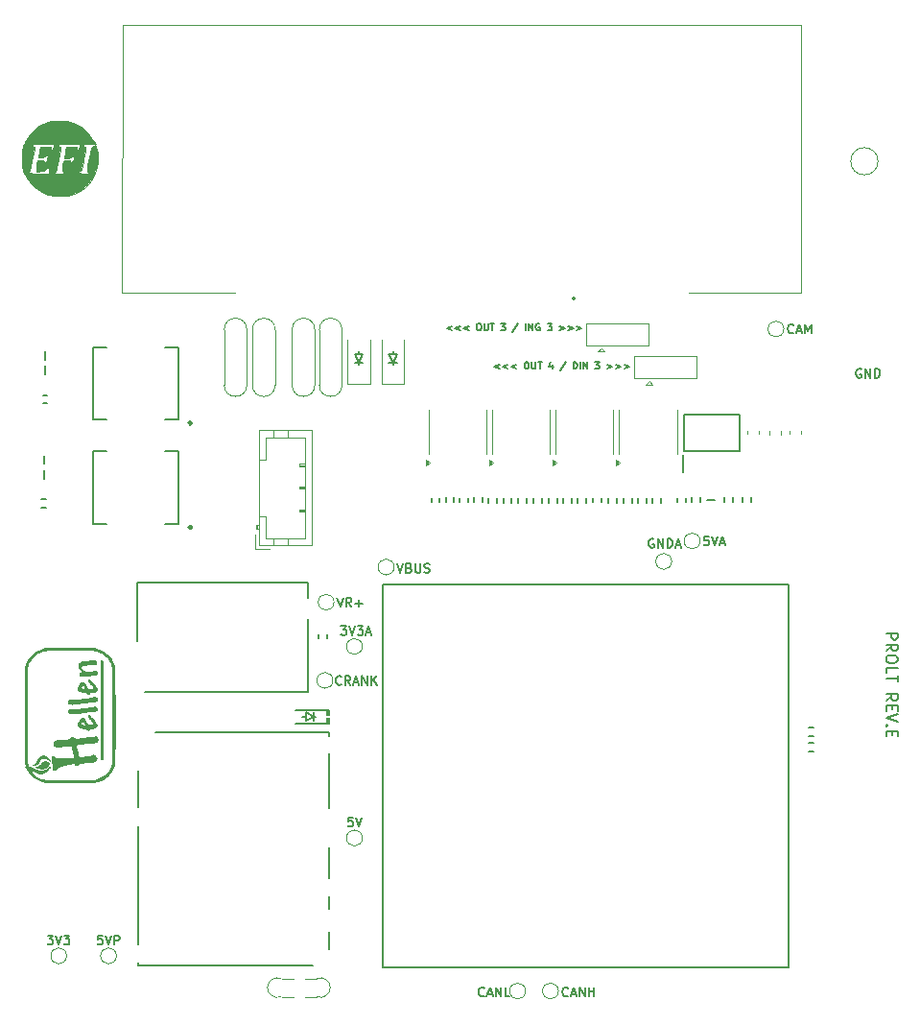
<source format=gto>
G04 #@! TF.GenerationSoftware,KiCad,Pcbnew,8.0.9-8.0.9-0~ubuntu24.04.1*
G04 #@! TF.CreationDate,2026-02-24T23:03:09+00:00*
G04 #@! TF.ProjectId,PROLT,50524f4c-542e-46b6-9963-61645f706362,rev?*
G04 #@! TF.SameCoordinates,Original*
G04 #@! TF.FileFunction,Legend,Top*
G04 #@! TF.FilePolarity,Positive*
%FSLAX46Y46*%
G04 Gerber Fmt 4.6, Leading zero omitted, Abs format (unit mm)*
G04 Created by KiCad (PCBNEW 8.0.9-8.0.9-0~ubuntu24.04.1) date 2026-02-24 23:03:09*
%MOMM*%
%LPD*%
G01*
G04 APERTURE LIST*
%ADD10C,0.150000*%
%ADD11C,0.203200*%
%ADD12C,0.120000*%
%ADD13C,0.200000*%
%ADD14C,0.250000*%
%ADD15C,0.170000*%
%ADD16C,0.100000*%
%ADD17C,0.099060*%
%ADD18C,0.002540*%
%ADD19C,0.000000*%
G04 APERTURE END LIST*
D10*
X29312969Y33805705D02*
X29808207Y33805705D01*
X29808207Y33805705D02*
X29541541Y33500943D01*
X29541541Y33500943D02*
X29655826Y33500943D01*
X29655826Y33500943D02*
X29732017Y33462848D01*
X29732017Y33462848D02*
X29770112Y33424753D01*
X29770112Y33424753D02*
X29808207Y33348562D01*
X29808207Y33348562D02*
X29808207Y33158086D01*
X29808207Y33158086D02*
X29770112Y33081896D01*
X29770112Y33081896D02*
X29732017Y33043800D01*
X29732017Y33043800D02*
X29655826Y33005705D01*
X29655826Y33005705D02*
X29427255Y33005705D01*
X29427255Y33005705D02*
X29351064Y33043800D01*
X29351064Y33043800D02*
X29312969Y33081896D01*
X30036779Y33805705D02*
X30303446Y33005705D01*
X30303446Y33005705D02*
X30570112Y33805705D01*
X30760588Y33805705D02*
X31255826Y33805705D01*
X31255826Y33805705D02*
X30989160Y33500943D01*
X30989160Y33500943D02*
X31103445Y33500943D01*
X31103445Y33500943D02*
X31179636Y33462848D01*
X31179636Y33462848D02*
X31217731Y33424753D01*
X31217731Y33424753D02*
X31255826Y33348562D01*
X31255826Y33348562D02*
X31255826Y33158086D01*
X31255826Y33158086D02*
X31217731Y33081896D01*
X31217731Y33081896D02*
X31179636Y33043800D01*
X31179636Y33043800D02*
X31103445Y33005705D01*
X31103445Y33005705D02*
X30874874Y33005705D01*
X30874874Y33005705D02*
X30798683Y33043800D01*
X30798683Y33043800D02*
X30760588Y33081896D01*
X31560588Y33234277D02*
X31941541Y33234277D01*
X31484398Y33005705D02*
X31751065Y33805705D01*
X31751065Y33805705D02*
X32017731Y33005705D01*
X43298684Y56881229D02*
X42841541Y56709800D01*
X42841541Y56709800D02*
X43298684Y56538372D01*
X44041541Y56881229D02*
X43584398Y56709800D01*
X43584398Y56709800D02*
X44041541Y56538372D01*
X44784398Y56881229D02*
X44327255Y56709800D01*
X44327255Y56709800D02*
X44784398Y56538372D01*
X45641540Y57081229D02*
X45755826Y57081229D01*
X45755826Y57081229D02*
X45812969Y57052658D01*
X45812969Y57052658D02*
X45870112Y56995515D01*
X45870112Y56995515D02*
X45898683Y56881229D01*
X45898683Y56881229D02*
X45898683Y56681229D01*
X45898683Y56681229D02*
X45870112Y56566943D01*
X45870112Y56566943D02*
X45812969Y56509800D01*
X45812969Y56509800D02*
X45755826Y56481229D01*
X45755826Y56481229D02*
X45641540Y56481229D01*
X45641540Y56481229D02*
X45584398Y56509800D01*
X45584398Y56509800D02*
X45527255Y56566943D01*
X45527255Y56566943D02*
X45498683Y56681229D01*
X45498683Y56681229D02*
X45498683Y56881229D01*
X45498683Y56881229D02*
X45527255Y56995515D01*
X45527255Y56995515D02*
X45584398Y57052658D01*
X45584398Y57052658D02*
X45641540Y57081229D01*
X46155826Y57081229D02*
X46155826Y56595515D01*
X46155826Y56595515D02*
X46184397Y56538372D01*
X46184397Y56538372D02*
X46212969Y56509800D01*
X46212969Y56509800D02*
X46270111Y56481229D01*
X46270111Y56481229D02*
X46384397Y56481229D01*
X46384397Y56481229D02*
X46441540Y56509800D01*
X46441540Y56509800D02*
X46470111Y56538372D01*
X46470111Y56538372D02*
X46498683Y56595515D01*
X46498683Y56595515D02*
X46498683Y57081229D01*
X46698682Y57081229D02*
X47041540Y57081229D01*
X46870111Y56481229D02*
X46870111Y57081229D01*
X47955826Y56881229D02*
X47955826Y56481229D01*
X47812968Y57109800D02*
X47670111Y56681229D01*
X47670111Y56681229D02*
X48041540Y56681229D01*
X49155826Y57109800D02*
X48641540Y56338372D01*
X49812969Y56481229D02*
X49812969Y57081229D01*
X49812969Y57081229D02*
X49955826Y57081229D01*
X49955826Y57081229D02*
X50041540Y57052658D01*
X50041540Y57052658D02*
X50098683Y56995515D01*
X50098683Y56995515D02*
X50127254Y56938372D01*
X50127254Y56938372D02*
X50155826Y56824086D01*
X50155826Y56824086D02*
X50155826Y56738372D01*
X50155826Y56738372D02*
X50127254Y56624086D01*
X50127254Y56624086D02*
X50098683Y56566943D01*
X50098683Y56566943D02*
X50041540Y56509800D01*
X50041540Y56509800D02*
X49955826Y56481229D01*
X49955826Y56481229D02*
X49812969Y56481229D01*
X50412969Y56481229D02*
X50412969Y57081229D01*
X50698683Y56481229D02*
X50698683Y57081229D01*
X50698683Y57081229D02*
X51041540Y56481229D01*
X51041540Y56481229D02*
X51041540Y57081229D01*
X51727254Y57081229D02*
X52098682Y57081229D01*
X52098682Y57081229D02*
X51898682Y56852658D01*
X51898682Y56852658D02*
X51984397Y56852658D01*
X51984397Y56852658D02*
X52041540Y56824086D01*
X52041540Y56824086D02*
X52070111Y56795515D01*
X52070111Y56795515D02*
X52098682Y56738372D01*
X52098682Y56738372D02*
X52098682Y56595515D01*
X52098682Y56595515D02*
X52070111Y56538372D01*
X52070111Y56538372D02*
X52041540Y56509800D01*
X52041540Y56509800D02*
X51984397Y56481229D01*
X51984397Y56481229D02*
X51812968Y56481229D01*
X51812968Y56481229D02*
X51755825Y56509800D01*
X51755825Y56509800D02*
X51727254Y56538372D01*
X52812969Y56881229D02*
X53270112Y56709800D01*
X53270112Y56709800D02*
X52812969Y56538372D01*
X53555826Y56881229D02*
X54012969Y56709800D01*
X54012969Y56709800D02*
X53555826Y56538372D01*
X54298683Y56881229D02*
X54755826Y56709800D01*
X54755826Y56709800D02*
X54298683Y56538372D01*
X49346303Y1181896D02*
X49308207Y1143800D01*
X49308207Y1143800D02*
X49193922Y1105705D01*
X49193922Y1105705D02*
X49117731Y1105705D01*
X49117731Y1105705D02*
X49003445Y1143800D01*
X49003445Y1143800D02*
X48927255Y1219991D01*
X48927255Y1219991D02*
X48889160Y1296181D01*
X48889160Y1296181D02*
X48851064Y1448562D01*
X48851064Y1448562D02*
X48851064Y1562848D01*
X48851064Y1562848D02*
X48889160Y1715229D01*
X48889160Y1715229D02*
X48927255Y1791420D01*
X48927255Y1791420D02*
X49003445Y1867610D01*
X49003445Y1867610D02*
X49117731Y1905705D01*
X49117731Y1905705D02*
X49193922Y1905705D01*
X49193922Y1905705D02*
X49308207Y1867610D01*
X49308207Y1867610D02*
X49346303Y1829515D01*
X49651064Y1334277D02*
X50032017Y1334277D01*
X49574874Y1105705D02*
X49841541Y1905705D01*
X49841541Y1905705D02*
X50108207Y1105705D01*
X50374874Y1105705D02*
X50374874Y1905705D01*
X50374874Y1905705D02*
X50832017Y1105705D01*
X50832017Y1105705D02*
X50832017Y1905705D01*
X51212969Y1105705D02*
X51212969Y1905705D01*
X51212969Y1524753D02*
X51670112Y1524753D01*
X51670112Y1105705D02*
X51670112Y1905705D01*
X8270112Y6505705D02*
X7889160Y6505705D01*
X7889160Y6505705D02*
X7851064Y6124753D01*
X7851064Y6124753D02*
X7889160Y6162848D01*
X7889160Y6162848D02*
X7965350Y6200943D01*
X7965350Y6200943D02*
X8155826Y6200943D01*
X8155826Y6200943D02*
X8232017Y6162848D01*
X8232017Y6162848D02*
X8270112Y6124753D01*
X8270112Y6124753D02*
X8308207Y6048562D01*
X8308207Y6048562D02*
X8308207Y5858086D01*
X8308207Y5858086D02*
X8270112Y5781896D01*
X8270112Y5781896D02*
X8232017Y5743800D01*
X8232017Y5743800D02*
X8155826Y5705705D01*
X8155826Y5705705D02*
X7965350Y5705705D01*
X7965350Y5705705D02*
X7889160Y5743800D01*
X7889160Y5743800D02*
X7851064Y5781896D01*
X8536779Y6505705D02*
X8803446Y5705705D01*
X8803446Y5705705D02*
X9070112Y6505705D01*
X9336779Y5705705D02*
X9336779Y6505705D01*
X9336779Y6505705D02*
X9641541Y6505705D01*
X9641541Y6505705D02*
X9717731Y6467610D01*
X9717731Y6467610D02*
X9755826Y6429515D01*
X9755826Y6429515D02*
X9793922Y6353324D01*
X9793922Y6353324D02*
X9793922Y6239039D01*
X9793922Y6239039D02*
X9755826Y6162848D01*
X9755826Y6162848D02*
X9717731Y6124753D01*
X9717731Y6124753D02*
X9641541Y6086658D01*
X9641541Y6086658D02*
X9336779Y6086658D01*
X75208207Y56467610D02*
X75132017Y56505705D01*
X75132017Y56505705D02*
X75017731Y56505705D01*
X75017731Y56505705D02*
X74903445Y56467610D01*
X74903445Y56467610D02*
X74827255Y56391420D01*
X74827255Y56391420D02*
X74789160Y56315229D01*
X74789160Y56315229D02*
X74751064Y56162848D01*
X74751064Y56162848D02*
X74751064Y56048562D01*
X74751064Y56048562D02*
X74789160Y55896181D01*
X74789160Y55896181D02*
X74827255Y55819991D01*
X74827255Y55819991D02*
X74903445Y55743800D01*
X74903445Y55743800D02*
X75017731Y55705705D01*
X75017731Y55705705D02*
X75093922Y55705705D01*
X75093922Y55705705D02*
X75208207Y55743800D01*
X75208207Y55743800D02*
X75246303Y55781896D01*
X75246303Y55781896D02*
X75246303Y56048562D01*
X75246303Y56048562D02*
X75093922Y56048562D01*
X75589160Y55705705D02*
X75589160Y56505705D01*
X75589160Y56505705D02*
X76046303Y55705705D01*
X76046303Y55705705D02*
X76046303Y56505705D01*
X76427255Y55705705D02*
X76427255Y56505705D01*
X76427255Y56505705D02*
X76617731Y56505705D01*
X76617731Y56505705D02*
X76732017Y56467610D01*
X76732017Y56467610D02*
X76808207Y56391420D01*
X76808207Y56391420D02*
X76846302Y56315229D01*
X76846302Y56315229D02*
X76884398Y56162848D01*
X76884398Y56162848D02*
X76884398Y56048562D01*
X76884398Y56048562D02*
X76846302Y55896181D01*
X76846302Y55896181D02*
X76808207Y55819991D01*
X76808207Y55819991D02*
X76732017Y55743800D01*
X76732017Y55743800D02*
X76617731Y55705705D01*
X76617731Y55705705D02*
X76427255Y55705705D01*
X61770112Y41705705D02*
X61389160Y41705705D01*
X61389160Y41705705D02*
X61351064Y41324753D01*
X61351064Y41324753D02*
X61389160Y41362848D01*
X61389160Y41362848D02*
X61465350Y41400943D01*
X61465350Y41400943D02*
X61655826Y41400943D01*
X61655826Y41400943D02*
X61732017Y41362848D01*
X61732017Y41362848D02*
X61770112Y41324753D01*
X61770112Y41324753D02*
X61808207Y41248562D01*
X61808207Y41248562D02*
X61808207Y41058086D01*
X61808207Y41058086D02*
X61770112Y40981896D01*
X61770112Y40981896D02*
X61732017Y40943800D01*
X61732017Y40943800D02*
X61655826Y40905705D01*
X61655826Y40905705D02*
X61465350Y40905705D01*
X61465350Y40905705D02*
X61389160Y40943800D01*
X61389160Y40943800D02*
X61351064Y40981896D01*
X62036779Y41705705D02*
X62303446Y40905705D01*
X62303446Y40905705D02*
X62570112Y41705705D01*
X62798683Y41134277D02*
X63179636Y41134277D01*
X62722493Y40905705D02*
X62989160Y41705705D01*
X62989160Y41705705D02*
X63255826Y40905705D01*
X77430180Y33163221D02*
X78430180Y33163221D01*
X78430180Y33163221D02*
X78430180Y32782269D01*
X78430180Y32782269D02*
X78382561Y32687031D01*
X78382561Y32687031D02*
X78334942Y32639412D01*
X78334942Y32639412D02*
X78239704Y32591793D01*
X78239704Y32591793D02*
X78096847Y32591793D01*
X78096847Y32591793D02*
X78001609Y32639412D01*
X78001609Y32639412D02*
X77953990Y32687031D01*
X77953990Y32687031D02*
X77906371Y32782269D01*
X77906371Y32782269D02*
X77906371Y33163221D01*
X77430180Y31591793D02*
X77906371Y31925126D01*
X77430180Y32163221D02*
X78430180Y32163221D01*
X78430180Y32163221D02*
X78430180Y31782269D01*
X78430180Y31782269D02*
X78382561Y31687031D01*
X78382561Y31687031D02*
X78334942Y31639412D01*
X78334942Y31639412D02*
X78239704Y31591793D01*
X78239704Y31591793D02*
X78096847Y31591793D01*
X78096847Y31591793D02*
X78001609Y31639412D01*
X78001609Y31639412D02*
X77953990Y31687031D01*
X77953990Y31687031D02*
X77906371Y31782269D01*
X77906371Y31782269D02*
X77906371Y32163221D01*
X78430180Y30972745D02*
X78430180Y30782269D01*
X78430180Y30782269D02*
X78382561Y30687031D01*
X78382561Y30687031D02*
X78287323Y30591793D01*
X78287323Y30591793D02*
X78096847Y30544174D01*
X78096847Y30544174D02*
X77763514Y30544174D01*
X77763514Y30544174D02*
X77573038Y30591793D01*
X77573038Y30591793D02*
X77477800Y30687031D01*
X77477800Y30687031D02*
X77430180Y30782269D01*
X77430180Y30782269D02*
X77430180Y30972745D01*
X77430180Y30972745D02*
X77477800Y31067983D01*
X77477800Y31067983D02*
X77573038Y31163221D01*
X77573038Y31163221D02*
X77763514Y31210840D01*
X77763514Y31210840D02*
X78096847Y31210840D01*
X78096847Y31210840D02*
X78287323Y31163221D01*
X78287323Y31163221D02*
X78382561Y31067983D01*
X78382561Y31067983D02*
X78430180Y30972745D01*
X77430180Y29639412D02*
X77430180Y30115602D01*
X77430180Y30115602D02*
X78430180Y30115602D01*
X78430180Y29448935D02*
X78430180Y28877507D01*
X77430180Y29163221D02*
X78430180Y29163221D01*
X77430180Y27210840D02*
X77906371Y27544173D01*
X77430180Y27782268D02*
X78430180Y27782268D01*
X78430180Y27782268D02*
X78430180Y27401316D01*
X78430180Y27401316D02*
X78382561Y27306078D01*
X78382561Y27306078D02*
X78334942Y27258459D01*
X78334942Y27258459D02*
X78239704Y27210840D01*
X78239704Y27210840D02*
X78096847Y27210840D01*
X78096847Y27210840D02*
X78001609Y27258459D01*
X78001609Y27258459D02*
X77953990Y27306078D01*
X77953990Y27306078D02*
X77906371Y27401316D01*
X77906371Y27401316D02*
X77906371Y27782268D01*
X77953990Y26782268D02*
X77953990Y26448935D01*
X77430180Y26306078D02*
X77430180Y26782268D01*
X77430180Y26782268D02*
X78430180Y26782268D01*
X78430180Y26782268D02*
X78430180Y26306078D01*
X78430180Y26020363D02*
X77430180Y25687030D01*
X77430180Y25687030D02*
X78430180Y25353697D01*
X77525419Y25020363D02*
X77477800Y24972744D01*
X77477800Y24972744D02*
X77430180Y25020363D01*
X77430180Y25020363D02*
X77477800Y25067982D01*
X77477800Y25067982D02*
X77525419Y25020363D01*
X77525419Y25020363D02*
X77430180Y25020363D01*
X77953990Y24544173D02*
X77953990Y24210840D01*
X77430180Y24067983D02*
X77430180Y24544173D01*
X77430180Y24544173D02*
X78430180Y24544173D01*
X78430180Y24544173D02*
X78430180Y24067983D01*
X69246303Y59681896D02*
X69208207Y59643800D01*
X69208207Y59643800D02*
X69093922Y59605705D01*
X69093922Y59605705D02*
X69017731Y59605705D01*
X69017731Y59605705D02*
X68903445Y59643800D01*
X68903445Y59643800D02*
X68827255Y59719991D01*
X68827255Y59719991D02*
X68789160Y59796181D01*
X68789160Y59796181D02*
X68751064Y59948562D01*
X68751064Y59948562D02*
X68751064Y60062848D01*
X68751064Y60062848D02*
X68789160Y60215229D01*
X68789160Y60215229D02*
X68827255Y60291420D01*
X68827255Y60291420D02*
X68903445Y60367610D01*
X68903445Y60367610D02*
X69017731Y60405705D01*
X69017731Y60405705D02*
X69093922Y60405705D01*
X69093922Y60405705D02*
X69208207Y60367610D01*
X69208207Y60367610D02*
X69246303Y60329515D01*
X69551064Y59834277D02*
X69932017Y59834277D01*
X69474874Y59605705D02*
X69741541Y60405705D01*
X69741541Y60405705D02*
X70008207Y59605705D01*
X70274874Y59605705D02*
X70274874Y60405705D01*
X70274874Y60405705D02*
X70541540Y59834277D01*
X70541540Y59834277D02*
X70808207Y60405705D01*
X70808207Y60405705D02*
X70808207Y59605705D01*
X29346303Y28681896D02*
X29308207Y28643800D01*
X29308207Y28643800D02*
X29193922Y28605705D01*
X29193922Y28605705D02*
X29117731Y28605705D01*
X29117731Y28605705D02*
X29003445Y28643800D01*
X29003445Y28643800D02*
X28927255Y28719991D01*
X28927255Y28719991D02*
X28889160Y28796181D01*
X28889160Y28796181D02*
X28851064Y28948562D01*
X28851064Y28948562D02*
X28851064Y29062848D01*
X28851064Y29062848D02*
X28889160Y29215229D01*
X28889160Y29215229D02*
X28927255Y29291420D01*
X28927255Y29291420D02*
X29003445Y29367610D01*
X29003445Y29367610D02*
X29117731Y29405705D01*
X29117731Y29405705D02*
X29193922Y29405705D01*
X29193922Y29405705D02*
X29308207Y29367610D01*
X29308207Y29367610D02*
X29346303Y29329515D01*
X30146303Y28605705D02*
X29879636Y28986658D01*
X29689160Y28605705D02*
X29689160Y29405705D01*
X29689160Y29405705D02*
X29993922Y29405705D01*
X29993922Y29405705D02*
X30070112Y29367610D01*
X30070112Y29367610D02*
X30108207Y29329515D01*
X30108207Y29329515D02*
X30146303Y29253324D01*
X30146303Y29253324D02*
X30146303Y29139039D01*
X30146303Y29139039D02*
X30108207Y29062848D01*
X30108207Y29062848D02*
X30070112Y29024753D01*
X30070112Y29024753D02*
X29993922Y28986658D01*
X29993922Y28986658D02*
X29689160Y28986658D01*
X30451064Y28834277D02*
X30832017Y28834277D01*
X30374874Y28605705D02*
X30641541Y29405705D01*
X30641541Y29405705D02*
X30908207Y28605705D01*
X31174874Y28605705D02*
X31174874Y29405705D01*
X31174874Y29405705D02*
X31632017Y28605705D01*
X31632017Y28605705D02*
X31632017Y29405705D01*
X32012969Y28605705D02*
X32012969Y29405705D01*
X32470112Y28605705D02*
X32127254Y29062848D01*
X32470112Y29405705D02*
X32012969Y28948562D01*
X28974874Y36305705D02*
X29241541Y35505705D01*
X29241541Y35505705D02*
X29508207Y36305705D01*
X30232017Y35505705D02*
X29965350Y35886658D01*
X29774874Y35505705D02*
X29774874Y36305705D01*
X29774874Y36305705D02*
X30079636Y36305705D01*
X30079636Y36305705D02*
X30155826Y36267610D01*
X30155826Y36267610D02*
X30193921Y36229515D01*
X30193921Y36229515D02*
X30232017Y36153324D01*
X30232017Y36153324D02*
X30232017Y36039039D01*
X30232017Y36039039D02*
X30193921Y35962848D01*
X30193921Y35962848D02*
X30155826Y35924753D01*
X30155826Y35924753D02*
X30079636Y35886658D01*
X30079636Y35886658D02*
X29774874Y35886658D01*
X30574874Y35810467D02*
X31184398Y35810467D01*
X30879636Y35505705D02*
X30879636Y36115229D01*
X39098684Y60281229D02*
X38641541Y60109800D01*
X38641541Y60109800D02*
X39098684Y59938372D01*
X39841541Y60281229D02*
X39384398Y60109800D01*
X39384398Y60109800D02*
X39841541Y59938372D01*
X40584398Y60281229D02*
X40127255Y60109800D01*
X40127255Y60109800D02*
X40584398Y59938372D01*
X41441540Y60481229D02*
X41555826Y60481229D01*
X41555826Y60481229D02*
X41612969Y60452658D01*
X41612969Y60452658D02*
X41670112Y60395515D01*
X41670112Y60395515D02*
X41698683Y60281229D01*
X41698683Y60281229D02*
X41698683Y60081229D01*
X41698683Y60081229D02*
X41670112Y59966943D01*
X41670112Y59966943D02*
X41612969Y59909800D01*
X41612969Y59909800D02*
X41555826Y59881229D01*
X41555826Y59881229D02*
X41441540Y59881229D01*
X41441540Y59881229D02*
X41384398Y59909800D01*
X41384398Y59909800D02*
X41327255Y59966943D01*
X41327255Y59966943D02*
X41298683Y60081229D01*
X41298683Y60081229D02*
X41298683Y60281229D01*
X41298683Y60281229D02*
X41327255Y60395515D01*
X41327255Y60395515D02*
X41384398Y60452658D01*
X41384398Y60452658D02*
X41441540Y60481229D01*
X41955826Y60481229D02*
X41955826Y59995515D01*
X41955826Y59995515D02*
X41984397Y59938372D01*
X41984397Y59938372D02*
X42012969Y59909800D01*
X42012969Y59909800D02*
X42070111Y59881229D01*
X42070111Y59881229D02*
X42184397Y59881229D01*
X42184397Y59881229D02*
X42241540Y59909800D01*
X42241540Y59909800D02*
X42270111Y59938372D01*
X42270111Y59938372D02*
X42298683Y59995515D01*
X42298683Y59995515D02*
X42298683Y60481229D01*
X42498682Y60481229D02*
X42841540Y60481229D01*
X42670111Y59881229D02*
X42670111Y60481229D01*
X43441540Y60481229D02*
X43812968Y60481229D01*
X43812968Y60481229D02*
X43612968Y60252658D01*
X43612968Y60252658D02*
X43698683Y60252658D01*
X43698683Y60252658D02*
X43755826Y60224086D01*
X43755826Y60224086D02*
X43784397Y60195515D01*
X43784397Y60195515D02*
X43812968Y60138372D01*
X43812968Y60138372D02*
X43812968Y59995515D01*
X43812968Y59995515D02*
X43784397Y59938372D01*
X43784397Y59938372D02*
X43755826Y59909800D01*
X43755826Y59909800D02*
X43698683Y59881229D01*
X43698683Y59881229D02*
X43527254Y59881229D01*
X43527254Y59881229D02*
X43470111Y59909800D01*
X43470111Y59909800D02*
X43441540Y59938372D01*
X44955826Y60509800D02*
X44441540Y59738372D01*
X45612969Y59881229D02*
X45612969Y60481229D01*
X45898683Y59881229D02*
X45898683Y60481229D01*
X45898683Y60481229D02*
X46241540Y59881229D01*
X46241540Y59881229D02*
X46241540Y60481229D01*
X46841539Y60452658D02*
X46784397Y60481229D01*
X46784397Y60481229D02*
X46698682Y60481229D01*
X46698682Y60481229D02*
X46612968Y60452658D01*
X46612968Y60452658D02*
X46555825Y60395515D01*
X46555825Y60395515D02*
X46527254Y60338372D01*
X46527254Y60338372D02*
X46498682Y60224086D01*
X46498682Y60224086D02*
X46498682Y60138372D01*
X46498682Y60138372D02*
X46527254Y60024086D01*
X46527254Y60024086D02*
X46555825Y59966943D01*
X46555825Y59966943D02*
X46612968Y59909800D01*
X46612968Y59909800D02*
X46698682Y59881229D01*
X46698682Y59881229D02*
X46755825Y59881229D01*
X46755825Y59881229D02*
X46841539Y59909800D01*
X46841539Y59909800D02*
X46870111Y59938372D01*
X46870111Y59938372D02*
X46870111Y60138372D01*
X46870111Y60138372D02*
X46755825Y60138372D01*
X47527254Y60481229D02*
X47898682Y60481229D01*
X47898682Y60481229D02*
X47698682Y60252658D01*
X47698682Y60252658D02*
X47784397Y60252658D01*
X47784397Y60252658D02*
X47841540Y60224086D01*
X47841540Y60224086D02*
X47870111Y60195515D01*
X47870111Y60195515D02*
X47898682Y60138372D01*
X47898682Y60138372D02*
X47898682Y59995515D01*
X47898682Y59995515D02*
X47870111Y59938372D01*
X47870111Y59938372D02*
X47841540Y59909800D01*
X47841540Y59909800D02*
X47784397Y59881229D01*
X47784397Y59881229D02*
X47612968Y59881229D01*
X47612968Y59881229D02*
X47555825Y59909800D01*
X47555825Y59909800D02*
X47527254Y59938372D01*
X48612969Y60281229D02*
X49070112Y60109800D01*
X49070112Y60109800D02*
X48612969Y59938372D01*
X49355826Y60281229D02*
X49812969Y60109800D01*
X49812969Y60109800D02*
X49355826Y59938372D01*
X50098683Y60281229D02*
X50555826Y60109800D01*
X50555826Y60109800D02*
X50098683Y59938372D01*
X3412969Y6505705D02*
X3908207Y6505705D01*
X3908207Y6505705D02*
X3641541Y6200943D01*
X3641541Y6200943D02*
X3755826Y6200943D01*
X3755826Y6200943D02*
X3832017Y6162848D01*
X3832017Y6162848D02*
X3870112Y6124753D01*
X3870112Y6124753D02*
X3908207Y6048562D01*
X3908207Y6048562D02*
X3908207Y5858086D01*
X3908207Y5858086D02*
X3870112Y5781896D01*
X3870112Y5781896D02*
X3832017Y5743800D01*
X3832017Y5743800D02*
X3755826Y5705705D01*
X3755826Y5705705D02*
X3527255Y5705705D01*
X3527255Y5705705D02*
X3451064Y5743800D01*
X3451064Y5743800D02*
X3412969Y5781896D01*
X4136779Y6505705D02*
X4403446Y5705705D01*
X4403446Y5705705D02*
X4670112Y6505705D01*
X4860588Y6505705D02*
X5355826Y6505705D01*
X5355826Y6505705D02*
X5089160Y6200943D01*
X5089160Y6200943D02*
X5203445Y6200943D01*
X5203445Y6200943D02*
X5279636Y6162848D01*
X5279636Y6162848D02*
X5317731Y6124753D01*
X5317731Y6124753D02*
X5355826Y6048562D01*
X5355826Y6048562D02*
X5355826Y5858086D01*
X5355826Y5858086D02*
X5317731Y5781896D01*
X5317731Y5781896D02*
X5279636Y5743800D01*
X5279636Y5743800D02*
X5203445Y5705705D01*
X5203445Y5705705D02*
X4974874Y5705705D01*
X4974874Y5705705D02*
X4898683Y5743800D01*
X4898683Y5743800D02*
X4860588Y5781896D01*
X56908207Y41467610D02*
X56832017Y41505705D01*
X56832017Y41505705D02*
X56717731Y41505705D01*
X56717731Y41505705D02*
X56603445Y41467610D01*
X56603445Y41467610D02*
X56527255Y41391420D01*
X56527255Y41391420D02*
X56489160Y41315229D01*
X56489160Y41315229D02*
X56451064Y41162848D01*
X56451064Y41162848D02*
X56451064Y41048562D01*
X56451064Y41048562D02*
X56489160Y40896181D01*
X56489160Y40896181D02*
X56527255Y40819991D01*
X56527255Y40819991D02*
X56603445Y40743800D01*
X56603445Y40743800D02*
X56717731Y40705705D01*
X56717731Y40705705D02*
X56793922Y40705705D01*
X56793922Y40705705D02*
X56908207Y40743800D01*
X56908207Y40743800D02*
X56946303Y40781896D01*
X56946303Y40781896D02*
X56946303Y41048562D01*
X56946303Y41048562D02*
X56793922Y41048562D01*
X57289160Y40705705D02*
X57289160Y41505705D01*
X57289160Y41505705D02*
X57746303Y40705705D01*
X57746303Y40705705D02*
X57746303Y41505705D01*
X58127255Y40705705D02*
X58127255Y41505705D01*
X58127255Y41505705D02*
X58317731Y41505705D01*
X58317731Y41505705D02*
X58432017Y41467610D01*
X58432017Y41467610D02*
X58508207Y41391420D01*
X58508207Y41391420D02*
X58546302Y41315229D01*
X58546302Y41315229D02*
X58584398Y41162848D01*
X58584398Y41162848D02*
X58584398Y41048562D01*
X58584398Y41048562D02*
X58546302Y40896181D01*
X58546302Y40896181D02*
X58508207Y40819991D01*
X58508207Y40819991D02*
X58432017Y40743800D01*
X58432017Y40743800D02*
X58317731Y40705705D01*
X58317731Y40705705D02*
X58127255Y40705705D01*
X58889159Y40934277D02*
X59270112Y40934277D01*
X58812969Y40705705D02*
X59079636Y41505705D01*
X59079636Y41505705D02*
X59346302Y40705705D01*
X34274874Y39305705D02*
X34541541Y38505705D01*
X34541541Y38505705D02*
X34808207Y39305705D01*
X35341540Y38924753D02*
X35455826Y38886658D01*
X35455826Y38886658D02*
X35493921Y38848562D01*
X35493921Y38848562D02*
X35532017Y38772372D01*
X35532017Y38772372D02*
X35532017Y38658086D01*
X35532017Y38658086D02*
X35493921Y38581896D01*
X35493921Y38581896D02*
X35455826Y38543800D01*
X35455826Y38543800D02*
X35379636Y38505705D01*
X35379636Y38505705D02*
X35074874Y38505705D01*
X35074874Y38505705D02*
X35074874Y39305705D01*
X35074874Y39305705D02*
X35341540Y39305705D01*
X35341540Y39305705D02*
X35417731Y39267610D01*
X35417731Y39267610D02*
X35455826Y39229515D01*
X35455826Y39229515D02*
X35493921Y39153324D01*
X35493921Y39153324D02*
X35493921Y39077134D01*
X35493921Y39077134D02*
X35455826Y39000943D01*
X35455826Y39000943D02*
X35417731Y38962848D01*
X35417731Y38962848D02*
X35341540Y38924753D01*
X35341540Y38924753D02*
X35074874Y38924753D01*
X35874874Y39305705D02*
X35874874Y38658086D01*
X35874874Y38658086D02*
X35912969Y38581896D01*
X35912969Y38581896D02*
X35951064Y38543800D01*
X35951064Y38543800D02*
X36027255Y38505705D01*
X36027255Y38505705D02*
X36179636Y38505705D01*
X36179636Y38505705D02*
X36255826Y38543800D01*
X36255826Y38543800D02*
X36293921Y38581896D01*
X36293921Y38581896D02*
X36332017Y38658086D01*
X36332017Y38658086D02*
X36332017Y39305705D01*
X36674873Y38543800D02*
X36789159Y38505705D01*
X36789159Y38505705D02*
X36979635Y38505705D01*
X36979635Y38505705D02*
X37055826Y38543800D01*
X37055826Y38543800D02*
X37093921Y38581896D01*
X37093921Y38581896D02*
X37132016Y38658086D01*
X37132016Y38658086D02*
X37132016Y38734277D01*
X37132016Y38734277D02*
X37093921Y38810467D01*
X37093921Y38810467D02*
X37055826Y38848562D01*
X37055826Y38848562D02*
X36979635Y38886658D01*
X36979635Y38886658D02*
X36827254Y38924753D01*
X36827254Y38924753D02*
X36751064Y38962848D01*
X36751064Y38962848D02*
X36712969Y39000943D01*
X36712969Y39000943D02*
X36674873Y39077134D01*
X36674873Y39077134D02*
X36674873Y39153324D01*
X36674873Y39153324D02*
X36712969Y39229515D01*
X36712969Y39229515D02*
X36751064Y39267610D01*
X36751064Y39267610D02*
X36827254Y39305705D01*
X36827254Y39305705D02*
X37017731Y39305705D01*
X37017731Y39305705D02*
X37132016Y39267610D01*
X41946303Y1181896D02*
X41908207Y1143800D01*
X41908207Y1143800D02*
X41793922Y1105705D01*
X41793922Y1105705D02*
X41717731Y1105705D01*
X41717731Y1105705D02*
X41603445Y1143800D01*
X41603445Y1143800D02*
X41527255Y1219991D01*
X41527255Y1219991D02*
X41489160Y1296181D01*
X41489160Y1296181D02*
X41451064Y1448562D01*
X41451064Y1448562D02*
X41451064Y1562848D01*
X41451064Y1562848D02*
X41489160Y1715229D01*
X41489160Y1715229D02*
X41527255Y1791420D01*
X41527255Y1791420D02*
X41603445Y1867610D01*
X41603445Y1867610D02*
X41717731Y1905705D01*
X41717731Y1905705D02*
X41793922Y1905705D01*
X41793922Y1905705D02*
X41908207Y1867610D01*
X41908207Y1867610D02*
X41946303Y1829515D01*
X42251064Y1334277D02*
X42632017Y1334277D01*
X42174874Y1105705D02*
X42441541Y1905705D01*
X42441541Y1905705D02*
X42708207Y1105705D01*
X42974874Y1105705D02*
X42974874Y1905705D01*
X42974874Y1905705D02*
X43432017Y1105705D01*
X43432017Y1105705D02*
X43432017Y1905705D01*
X44193921Y1105705D02*
X43812969Y1105705D01*
X43812969Y1105705D02*
X43812969Y1905705D01*
X30370112Y16905705D02*
X29989160Y16905705D01*
X29989160Y16905705D02*
X29951064Y16524753D01*
X29951064Y16524753D02*
X29989160Y16562848D01*
X29989160Y16562848D02*
X30065350Y16600943D01*
X30065350Y16600943D02*
X30255826Y16600943D01*
X30255826Y16600943D02*
X30332017Y16562848D01*
X30332017Y16562848D02*
X30370112Y16524753D01*
X30370112Y16524753D02*
X30408207Y16448562D01*
X30408207Y16448562D02*
X30408207Y16258086D01*
X30408207Y16258086D02*
X30370112Y16181896D01*
X30370112Y16181896D02*
X30332017Y16143800D01*
X30332017Y16143800D02*
X30255826Y16105705D01*
X30255826Y16105705D02*
X30065350Y16105705D01*
X30065350Y16105705D02*
X29989160Y16143800D01*
X29989160Y16143800D02*
X29951064Y16181896D01*
X30636779Y16905705D02*
X30903446Y16105705D01*
X30903446Y16105705D02*
X31170112Y16905705D01*
D11*
G04 #@! TO.C,R9*
X37290005Y44723405D02*
X37290015Y45123405D01*
X38035840Y44722349D02*
X38035851Y45122348D01*
D12*
G04 #@! TO.C,TP1*
X28700000Y35900000D02*
G75*
G02*
X27300000Y35900000I-700000J0D01*
G01*
X27300000Y35900000D02*
G75*
G02*
X28700000Y35900000I700000J0D01*
G01*
G04 #@! TO.C,U2*
X48240000Y50900000D02*
X48240000Y52850000D01*
X48240000Y50900000D02*
X48240000Y48950000D01*
X53360000Y50900000D02*
X53360000Y52850000D01*
X53360000Y50900000D02*
X53360000Y48950000D01*
X48335000Y48200000D02*
X48005000Y47960000D01*
X48005000Y48440000D01*
X48335000Y48200000D01*
G36*
X48335000Y48200000D02*
G01*
X48005000Y47960000D01*
X48005000Y48440000D01*
X48335000Y48200000D01*
G37*
D13*
G04 #@! TO.C,C1*
X61580014Y44950000D02*
X62329999Y44950000D01*
D11*
G04 #@! TO.C,R3*
X43629160Y45101056D02*
X43629149Y44701057D01*
X44374995Y45100000D02*
X44374985Y44700000D01*
D13*
G04 #@! TO.C,C26*
X3109999Y48849986D02*
X3109999Y48100001D01*
D11*
G04 #@! TO.C,R15*
X71000000Y22725005D02*
X70600000Y22725015D01*
X71001056Y23470840D02*
X70601057Y23470851D01*
D12*
G04 #@! TO.C,U1*
X42640000Y50900000D02*
X42640000Y52850000D01*
X42640000Y50900000D02*
X42640000Y48950000D01*
X47760000Y50900000D02*
X47760000Y52850000D01*
X47760000Y50900000D02*
X47760000Y48950000D01*
X42735000Y48200000D02*
X42405000Y47960000D01*
X42405000Y48440000D01*
X42735000Y48200000D01*
G36*
X42735000Y48200000D02*
G01*
X42405000Y47960000D01*
X42405000Y48440000D01*
X42735000Y48200000D01*
G37*
G04 #@! TO.C,F7*
X27400000Y59900000D02*
X27400000Y55050000D01*
X29400000Y59900000D02*
X29400000Y55050000D01*
X27400000Y59950000D02*
G75*
G02*
X29400000Y59950000I1000000J0D01*
G01*
X29400000Y55050000D02*
G75*
G02*
X27400000Y55050000I-1000000J0D01*
G01*
G04 #@! TO.C,TP11*
X5100000Y4700000D02*
G75*
G02*
X3700000Y4700000I-700000J0D01*
G01*
X3700000Y4700000D02*
G75*
G02*
X5100000Y4700000I700000J0D01*
G01*
D11*
G04 #@! TO.C,R20*
X51577335Y45106056D02*
X51577324Y44706057D01*
X52323170Y45105000D02*
X52323160Y44705000D01*
D13*
G04 #@! TO.C,IC1*
X59485000Y47350000D02*
X59485000Y48875000D01*
X59615000Y52425000D02*
X64515000Y52425000D01*
X59615000Y49225000D02*
X59615000Y52425000D01*
X64515000Y52425000D02*
X64515000Y49225000D01*
X64515000Y49225000D02*
X59615000Y49225000D01*
D11*
G04 #@! TO.C,R12*
X3300000Y44225005D02*
X2900000Y44225015D01*
X3301056Y44970840D02*
X2901057Y44970851D01*
G04 #@! TO.C,R25*
X54229160Y45101056D02*
X54229149Y44701057D01*
X54974995Y45100000D02*
X54974985Y44700000D01*
D13*
G04 #@! TO.C,C13*
X3209999Y58049986D02*
X3209999Y57300001D01*
D11*
G04 #@! TO.C,R14*
X70598944Y24129160D02*
X70998943Y24129149D01*
X70600000Y24874995D02*
X71000000Y24874985D01*
G04 #@! TO.C,R19*
X48929160Y45101056D02*
X48929149Y44701057D01*
X49674995Y45100000D02*
X49674985Y44700000D01*
G04 #@! TO.C,R2*
X44925005Y44700000D02*
X44925015Y45100000D01*
X45670840Y44698944D02*
X45670851Y45098943D01*
D12*
G04 #@! TO.C,TP9*
X9500000Y4700000D02*
G75*
G02*
X8100000Y4700000I-700000J0D01*
G01*
X8100000Y4700000D02*
G75*
G02*
X9500000Y4700000I700000J0D01*
G01*
D13*
G04 #@! TO.C,IC3*
X7450000Y49200000D02*
X8600000Y49200000D01*
X7450000Y42800000D02*
X7450000Y49200000D01*
X8600000Y42800000D02*
X7450000Y42800000D01*
X13800000Y49200000D02*
X14950000Y49200000D01*
X14950000Y49200000D02*
X14950000Y42800000D01*
X14950000Y42800000D02*
X13800000Y42800000D01*
D14*
X16125000Y42500000D02*
G75*
G02*
X15875000Y42500000I-125000J0D01*
G01*
X15875000Y42500000D02*
G75*
G02*
X16125000Y42500000I125000J0D01*
G01*
D15*
G04 #@! TO.C,D3*
X26198502Y26162502D02*
X26198502Y25462502D01*
X26198502Y25812502D02*
X25898502Y25812502D01*
X26898502Y26162502D02*
X26898502Y25462502D01*
X26898502Y25812502D02*
X26198502Y26162502D01*
X26898502Y25812502D02*
X26198502Y25462502D01*
X27098502Y25812502D02*
X26898502Y25812502D01*
D10*
X28098502Y26362502D02*
X28099499Y25966497D01*
X28098502Y25658507D02*
X28098502Y25212502D01*
X28226499Y26387497D02*
X25298502Y26387497D01*
X28226499Y26387497D02*
X28226499Y25966497D01*
X28226499Y26066502D02*
X28098502Y26066502D01*
X28226499Y25658507D02*
X28226499Y25212502D01*
X28226499Y25558502D02*
X28099499Y25558502D01*
X28226499Y25212502D02*
X25298501Y25212502D01*
D11*
G04 #@! TO.C,R24*
X55525005Y44700000D02*
X55525015Y45100000D01*
X56270840Y44698944D02*
X56270851Y45098943D01*
D12*
G04 #@! TO.C,TP14*
X58500000Y39500000D02*
G75*
G02*
X57100000Y39500000I-700000J0D01*
G01*
X57100000Y39500000D02*
G75*
G02*
X58500000Y39500000I700000J0D01*
G01*
D13*
G04 #@! TO.C,C27*
X3109999Y47549986D02*
X3109999Y46800001D01*
D11*
G04 #@! TO.C,R13*
X27325005Y32700000D02*
X27325015Y33100000D01*
X28070840Y32698944D02*
X28070851Y33098943D01*
D12*
G04 #@! TO.C,J2*
X21740000Y41890000D02*
X21740000Y40640000D01*
X21740000Y40640000D02*
X22990000Y40640000D01*
X21840000Y42700000D02*
X21840000Y42400000D01*
X21840000Y42400000D02*
X22040000Y42400000D01*
X21940000Y42700000D02*
X21940000Y42400000D01*
X22040000Y51060000D02*
X22040000Y40940000D01*
X22040000Y43500000D02*
X22650000Y43500000D01*
X22040000Y42700000D02*
X21840000Y42700000D01*
X22040000Y40940000D02*
X26760000Y40940000D01*
X22650000Y50450000D02*
X22650000Y48500000D01*
X22650000Y48500000D02*
X22040000Y48500000D01*
X22650000Y43500000D02*
X22650000Y41550000D01*
X22650000Y41550000D02*
X26150000Y41550000D01*
X23350000Y51060000D02*
X23350000Y50450000D01*
X23350000Y40940000D02*
X23350000Y41550000D01*
X24650000Y51060000D02*
X24650000Y50450000D01*
X24650000Y40940000D02*
X24650000Y41550000D01*
X25650000Y48100000D02*
X26150000Y48100000D01*
X25650000Y47900000D02*
X25650000Y48100000D01*
X25650000Y46100000D02*
X26150000Y46100000D01*
X25650000Y45900000D02*
X25650000Y46100000D01*
X25650000Y44100000D02*
X26150000Y44100000D01*
X25650000Y43900000D02*
X25650000Y44100000D01*
X26150000Y50450000D02*
X22650000Y50450000D01*
X26150000Y48000000D02*
X25650000Y48000000D01*
X26150000Y47900000D02*
X25650000Y47900000D01*
X26150000Y46000000D02*
X25650000Y46000000D01*
X26150000Y45900000D02*
X25650000Y45900000D01*
X26150000Y44000000D02*
X25650000Y44000000D01*
X26150000Y43900000D02*
X25650000Y43900000D01*
X26150000Y41550000D02*
X26150000Y50450000D01*
X26760000Y51060000D02*
X22040000Y51060000D01*
X26760000Y40940000D02*
X26760000Y51060000D01*
D13*
G04 #@! TO.C,M1*
X33000000Y3700000D02*
X33000000Y37500010D01*
X68799990Y37500010D02*
X33000000Y37500010D01*
X68799990Y3700000D02*
X33000000Y3700000D01*
X68799990Y3700000D02*
X68799990Y37500000D01*
D12*
G04 #@! TO.C,U3*
X53840000Y50900000D02*
X53840000Y52850000D01*
X53840000Y50900000D02*
X53840000Y48950000D01*
X58960000Y50900000D02*
X58960000Y52850000D01*
X58960000Y50900000D02*
X58960000Y48950000D01*
X53935000Y48200000D02*
X53605000Y47960000D01*
X53605000Y48440000D01*
X53935000Y48200000D01*
G36*
X53935000Y48200000D02*
G01*
X53605000Y47960000D01*
X53605000Y48440000D01*
X53935000Y48200000D01*
G37*
G04 #@! TO.C,TP3*
X28600000Y29000000D02*
G75*
G02*
X27200000Y29000000I-700000J0D01*
G01*
X27200000Y29000000D02*
G75*
G02*
X28600000Y29000000I700000J0D01*
G01*
D11*
G04 #@! TO.C,R5*
X58990005Y44725000D02*
X58990015Y45125000D01*
X59735840Y44723944D02*
X59735851Y45123943D01*
D12*
G04 #@! TO.C,JP1*
X50950000Y60500000D02*
X56450000Y60500000D01*
X50950000Y58550000D02*
X50950000Y60500000D01*
X52000000Y58000000D02*
X52600000Y58000000D01*
X52300000Y58300000D02*
X52000000Y58000000D01*
X52600000Y58000000D02*
X52300000Y58300000D01*
X56450000Y60500000D02*
X56450000Y58550000D01*
X56450000Y58550000D02*
X50950000Y58550000D01*
D11*
G04 #@! TO.C,R21*
X38554160Y45151056D02*
X38554149Y44751057D01*
X39299995Y45150000D02*
X39299985Y44750000D01*
D12*
G04 #@! TO.C,TP12*
X31200000Y32000000D02*
G75*
G02*
X29800000Y32000000I-700000J0D01*
G01*
X29800000Y32000000D02*
G75*
G02*
X31200000Y32000000I700000J0D01*
G01*
D16*
G04 #@! TO.C,J1*
X10000000Y63200000D02*
X20000000Y63200000D01*
X10045000Y86850000D02*
X10000000Y63200000D01*
D13*
X49750000Y62700000D02*
X49750000Y62700000D01*
X49950000Y62700000D02*
X49950000Y62700000D01*
D16*
X60000000Y63200000D02*
X69955000Y63200000D01*
X69955000Y86850000D02*
X10045000Y86850000D01*
X69955000Y63200000D02*
X69955000Y86850000D01*
D13*
X49750000Y62700000D02*
G75*
G02*
X49950000Y62700000I100000J0D01*
G01*
X49950000Y62700000D02*
G75*
G02*
X49750000Y62700000I-100000J0D01*
G01*
G04 #@! TO.C,IC2*
X7450000Y58400000D02*
X8600000Y58400000D01*
X7450000Y52000000D02*
X7450000Y58400000D01*
X8600000Y52000000D02*
X7450000Y52000000D01*
X13800000Y58400000D02*
X14950000Y58400000D01*
X14950000Y58400000D02*
X14950000Y52000000D01*
X14950000Y52000000D02*
X13800000Y52000000D01*
D14*
X16125000Y51700000D02*
G75*
G02*
X15875000Y51700000I-125000J0D01*
G01*
X15875000Y51700000D02*
G75*
G02*
X16125000Y51700000I125000J0D01*
G01*
D12*
G04 #@! TO.C,TP5*
X48500000Y1600000D02*
G75*
G02*
X47100000Y1600000I-700000J0D01*
G01*
X47100000Y1600000D02*
G75*
G02*
X48500000Y1600000I700000J0D01*
G01*
G04 #@! TO.C,TP6*
X45600000Y1600000D02*
G75*
G02*
X44200000Y1600000I-700000J0D01*
G01*
X44200000Y1600000D02*
G75*
G02*
X45600000Y1600000I700000J0D01*
G01*
D11*
G04 #@! TO.C,R1*
X42325005Y44700000D02*
X42325015Y45100000D01*
X43070840Y44698944D02*
X43070851Y45098943D01*
D12*
G04 #@! TO.C,TP4*
X68400000Y60000000D02*
G75*
G02*
X67000000Y60000000I-700000J0D01*
G01*
X67000000Y60000000D02*
G75*
G02*
X68400000Y60000000I700000J0D01*
G01*
G04 #@! TO.C,F2*
X67090000Y51037779D02*
X67090000Y50712221D01*
X68110000Y51037779D02*
X68110000Y50712221D01*
G04 #@! TO.C,U4*
X37040000Y50900000D02*
X37040000Y52850000D01*
X37040000Y50900000D02*
X37040000Y48950000D01*
X42160000Y50900000D02*
X42160000Y52850000D01*
X42160000Y50900000D02*
X42160000Y48950000D01*
X37135000Y48200000D02*
X36805000Y47960000D01*
X36805000Y48440000D01*
X37135000Y48200000D01*
G36*
X37135000Y48200000D02*
G01*
X36805000Y47960000D01*
X36805000Y48440000D01*
X37135000Y48200000D01*
G37*
G04 #@! TO.C,F5*
X21500000Y59900000D02*
X21500000Y55050000D01*
X23500000Y59900000D02*
X23500000Y55050000D01*
X21500000Y59950000D02*
G75*
G02*
X23500000Y59950000I1000000J0D01*
G01*
X23500000Y55050000D02*
G75*
G02*
X21500000Y55050000I-1000000J0D01*
G01*
G04 #@! TO.C,TP10*
X61000000Y41300000D02*
G75*
G02*
X59600000Y41300000I-700000J0D01*
G01*
X59600000Y41300000D02*
G75*
G02*
X61000000Y41300000I700000J0D01*
G01*
D11*
G04 #@! TO.C,R26*
X56829160Y45101056D02*
X56829149Y44701057D01*
X57574995Y45100000D02*
X57574985Y44700000D01*
G04 #@! TO.C,R17*
X47625005Y44700000D02*
X47625015Y45100000D01*
X48370840Y44698944D02*
X48370851Y45098943D01*
D17*
G04 #@! TO.C,R16*
X24076000Y2700000D02*
X25092000Y2700000D01*
X25092000Y1100000D02*
X24076000Y1100000D01*
X26108000Y2700000D02*
X27124000Y2700000D01*
X27124000Y1100000D02*
X26108000Y1100000D01*
D12*
X24016398Y1096505D02*
G75*
G02*
X24025000Y2700000I-321398J803495D01*
G01*
X27175000Y2700000D02*
G75*
G02*
X27179000Y1098362I330000J-800000D01*
G01*
D11*
G04 #@! TO.C,R11*
X3400000Y53425005D02*
X3000000Y53425015D01*
X3401056Y54170840D02*
X3001057Y54170851D01*
G04 #@! TO.C,R18*
X50225005Y44700000D02*
X50225015Y45100000D01*
X50970840Y44698944D02*
X50970851Y45098943D01*
D12*
G04 #@! TO.C,TP8*
X31200000Y15100000D02*
G75*
G02*
X29800000Y15100000I-700000J0D01*
G01*
X29800000Y15100000D02*
G75*
G02*
X31200000Y15100000I700000J0D01*
G01*
G04 #@! TO.C,D2*
X29900000Y55150000D02*
X29900000Y59050000D01*
X29900000Y55150000D02*
X31900000Y55150000D01*
D15*
X30900000Y57750000D02*
X30900000Y58050000D01*
X30900000Y57050000D02*
X30550000Y57750000D01*
X30900000Y57050000D02*
X31250000Y57750000D01*
X30900000Y56850000D02*
X30900000Y57050000D01*
X31250000Y57750000D02*
X30550000Y57750000D01*
X31250000Y57050000D02*
X30550000Y57050000D01*
D12*
X31900000Y55150000D02*
X31900000Y59050000D01*
G04 #@! TO.C,F4*
X19000000Y59900000D02*
X19000000Y55050000D01*
X21000000Y59900000D02*
X21000000Y55050000D01*
X19000000Y59950000D02*
G75*
G02*
X21000000Y59950000I1000000J0D01*
G01*
X21000000Y55050000D02*
G75*
G02*
X19000000Y55050000I-1000000J0D01*
G01*
G04 #@! TO.C,TP7*
X34000000Y39000000D02*
G75*
G02*
X32600000Y39000000I-700000J0D01*
G01*
X32600000Y39000000D02*
G75*
G02*
X34000000Y39000000I700000J0D01*
G01*
G04 #@! TO.C,D1*
X32900000Y55150000D02*
X32900000Y59050000D01*
X32900000Y55150000D02*
X34900000Y55150000D01*
D15*
X33900000Y57750000D02*
X33900000Y58050000D01*
X33900000Y57050000D02*
X33550000Y57750000D01*
X33900000Y57050000D02*
X34250000Y57750000D01*
X33900000Y56850000D02*
X33900000Y57050000D01*
X34250000Y57750000D02*
X33550000Y57750000D01*
X34250000Y57050000D02*
X33550000Y57050000D01*
D12*
X34900000Y55150000D02*
X34900000Y59050000D01*
D11*
G04 #@! TO.C,R23*
X52925005Y44700000D02*
X52925015Y45100000D01*
X53670840Y44698944D02*
X53670851Y45098943D01*
D12*
G04 #@! TO.C,F3*
X68890000Y51050279D02*
X68890000Y50724721D01*
X69910000Y51050279D02*
X69910000Y50724721D01*
G04 #@! TO.C,JP2*
X55150000Y57600000D02*
X60650000Y57600000D01*
X55150000Y55650000D02*
X55150000Y57600000D01*
X56200000Y55100000D02*
X56800000Y55100000D01*
X56500000Y55400000D02*
X56200000Y55100000D01*
X56800000Y55100000D02*
X56500000Y55400000D01*
X60650000Y57600000D02*
X60650000Y55650000D01*
X60650000Y55650000D02*
X55150000Y55650000D01*
D11*
G04 #@! TO.C,R7*
X64755005Y44750000D02*
X64755015Y45150000D01*
X65500840Y44748944D02*
X65500851Y45148943D01*
G04 #@! TO.C,R8*
X63155005Y44750000D02*
X63155015Y45150000D01*
X63900840Y44748944D02*
X63900851Y45148943D01*
G04 #@! TO.C,R22*
X41054160Y45151056D02*
X41054149Y44751057D01*
X41799995Y45150000D02*
X41799985Y44750000D01*
D12*
G04 #@! TO.C,F6*
X25000000Y59900000D02*
X25000000Y55050000D01*
X27000000Y59900000D02*
X27000000Y55050000D01*
X25000000Y59950000D02*
G75*
G02*
X27000000Y59950000I1000000J0D01*
G01*
X27000000Y55050000D02*
G75*
G02*
X25000000Y55050000I-1000000J0D01*
G01*
D13*
G04 #@! TO.C,C14*
X3209999Y56749986D02*
X3209999Y56000001D01*
D18*
G04 #@! TO.C,G1*
X4878460Y78340100D02*
X5180720Y78324860D01*
X5409320Y78289300D01*
X5617600Y78223260D01*
X5853820Y78116580D01*
X5940180Y78073400D01*
X6476120Y77735580D01*
X6979040Y77288540D01*
X7387980Y76783080D01*
X7456560Y76671320D01*
X7647060Y76353820D01*
X7139060Y76353820D01*
X6826640Y76341120D01*
X6648840Y76295400D01*
X6585340Y76229360D01*
X6600580Y76120140D01*
X6671700Y76102360D01*
X6763140Y76059180D01*
X6765680Y75906780D01*
X6758060Y75868680D01*
X6722500Y75685800D01*
X6669160Y75386080D01*
X6600580Y75017780D01*
X6562480Y74796800D01*
X6483740Y74395480D01*
X6415160Y74133860D01*
X6346580Y73984000D01*
X6270380Y73923040D01*
X6260220Y73920500D01*
X6247520Y73915420D01*
X6115440Y73859540D01*
X6123060Y73801120D01*
X6262760Y73755400D01*
X6519300Y73732540D01*
X6615820Y73730000D01*
X6887600Y73742700D01*
X7070480Y73775720D01*
X7123820Y73813820D01*
X7055240Y73890020D01*
X6996820Y73900180D01*
X6935860Y73905260D01*
X6897760Y73935740D01*
X6887600Y74017020D01*
X6902840Y74177040D01*
X6946020Y74438660D01*
X7022220Y74827280D01*
X7073020Y75081280D01*
X7177160Y75563880D01*
X7273680Y75894080D01*
X7354960Y76064260D01*
X7385440Y76087120D01*
X7532760Y76181100D01*
X7563240Y76216660D01*
X7626740Y76224280D01*
X7700400Y76092200D01*
X7774060Y75850900D01*
X7835020Y75533400D01*
X7852800Y75396240D01*
X7850260Y74700280D01*
X7695320Y74009400D01*
X7395600Y73356620D01*
X6966340Y72780040D01*
X6813940Y72622560D01*
X6300860Y72206000D01*
X5775080Y71929140D01*
X5188340Y71774200D01*
X4627000Y71725940D01*
X4032640Y71731020D01*
X3572900Y71799600D01*
X3443360Y71835160D01*
X2765180Y72137420D01*
X2178440Y72581920D01*
X1680600Y73168660D01*
X1391040Y73653800D01*
X1312891Y73813820D01*
X1579000Y73813820D01*
X1634880Y73775720D01*
X1850780Y73747780D01*
X2221620Y73732540D01*
X2546740Y73730000D01*
X3567820Y73730000D01*
X3567820Y73813820D01*
X3908180Y73813820D01*
X3984380Y73770640D01*
X4185040Y73740160D01*
X4416180Y73730000D01*
X4685420Y73742700D01*
X4868300Y73775720D01*
X4924180Y73813820D01*
X4853060Y73887480D01*
X4787020Y73900180D01*
X4705740Y73925580D01*
X4680340Y74032260D01*
X4703200Y74258320D01*
X4708280Y74291340D01*
X4754000Y74552960D01*
X4797180Y74751080D01*
X4812420Y74799340D01*
X4908940Y74870460D01*
X5084200Y74911100D01*
X5274700Y74911100D01*
X5406780Y74873000D01*
X5432180Y74829820D01*
X5472820Y74740920D01*
X5566800Y74758700D01*
X5665860Y74862840D01*
X5709040Y74979680D01*
X5729360Y75193040D01*
X5678560Y75254000D01*
X5582040Y75185420D01*
X5432180Y75116840D01*
X5208660Y75086360D01*
X5190880Y75083820D01*
X4901320Y75083820D01*
X4959740Y75525780D01*
X5000380Y75787400D01*
X5041020Y75977900D01*
X5058800Y76033780D01*
X5160400Y76069340D01*
X5378840Y76094740D01*
X5571880Y76099820D01*
X5841120Y76092200D01*
X5973200Y76061720D01*
X6001140Y76000760D01*
X5993520Y75975360D01*
X6003680Y75863600D01*
X6059560Y75845820D01*
X6151000Y75922020D01*
X6209420Y76097280D01*
X6211960Y76099820D01*
X6247520Y76353820D01*
X5289940Y76353820D01*
X4865760Y76351280D01*
X4583820Y76338580D01*
X4418720Y76313180D01*
X4345060Y76272540D01*
X4329820Y76226820D01*
X4398400Y76115060D01*
X4456820Y76099820D01*
X4515240Y76104900D01*
X4553340Y76097280D01*
X4568580Y76054100D01*
X4560960Y75949960D01*
X4525400Y75754380D01*
X4464440Y75447040D01*
X4373000Y75000000D01*
X4291720Y74603760D01*
X4225680Y74271020D01*
X4179960Y74037340D01*
X4162180Y73933200D01*
X4162180Y73930660D01*
X4091060Y73902720D01*
X4035180Y73900180D01*
X3961520Y73872240D01*
X3920880Y73854460D01*
X3908180Y73813820D01*
X3567820Y73813820D01*
X3567820Y73984000D01*
X3529720Y74187200D01*
X3440820Y74238000D01*
X3329060Y74174500D01*
X3313820Y74118620D01*
X3240160Y74050040D01*
X3054740Y73981460D01*
X2821060Y73928120D01*
X2595000Y73900180D01*
X2437520Y73912880D01*
X2409580Y73930660D01*
X2394340Y74032260D01*
X2401960Y74250700D01*
X2422280Y74446280D01*
X2480700Y74916180D01*
X2813440Y74916180D01*
X3021720Y74895860D01*
X3138560Y74842520D01*
X3146180Y74824740D01*
X3179200Y74740920D01*
X3255400Y74776480D01*
X3344300Y74895860D01*
X3407800Y75068580D01*
X3407800Y75071120D01*
X3425580Y75264160D01*
X3369700Y75337820D01*
X3346840Y75337820D01*
X3240160Y75289560D01*
X3230000Y75254000D01*
X3153800Y75200660D01*
X2968380Y75170180D01*
X2904880Y75170180D01*
X2582300Y75170180D01*
X2666120Y75635000D01*
X2749940Y76102360D01*
X3252860Y76099820D01*
X3534800Y76094740D01*
X3679580Y76066800D01*
X3715140Y76008380D01*
X3707520Y75972820D01*
X3717680Y75863600D01*
X3773560Y75845820D01*
X3865000Y75922020D01*
X3923420Y76097280D01*
X3925960Y76099820D01*
X3961520Y76353820D01*
X3003940Y76353820D01*
X2579760Y76351280D01*
X2297820Y76338580D01*
X2132720Y76313180D01*
X2059060Y76272540D01*
X2043820Y76226820D01*
X2112400Y76117600D01*
X2175900Y76099820D01*
X2272420Y76043940D01*
X2267340Y75952500D01*
X2234320Y75812800D01*
X2175900Y75546100D01*
X2104780Y75195580D01*
X2036200Y74852680D01*
X1934600Y74375160D01*
X1843160Y74060200D01*
X1766960Y73912880D01*
X1741560Y73900180D01*
X1601860Y73841760D01*
X1579000Y73813820D01*
X1312891Y73813820D01*
X1284360Y73872240D01*
X1215780Y74070360D01*
X1177680Y74291340D01*
X1159900Y74580900D01*
X1154820Y74989840D01*
X1154820Y75043180D01*
X1159900Y75467360D01*
X1175140Y75772160D01*
X1213240Y76003300D01*
X1279280Y76211580D01*
X1383420Y76442720D01*
X1398660Y76468120D01*
X1731400Y76996440D01*
X2183520Y77494280D01*
X2701680Y77905760D01*
X3024260Y78093720D01*
X3263020Y78202940D01*
X3468760Y78276600D01*
X3694820Y78317240D01*
X3984380Y78337560D01*
X4390780Y78342640D01*
X4459360Y78342640D01*
X4878460Y78340100D01*
G36*
X4878460Y78340100D02*
G01*
X5180720Y78324860D01*
X5409320Y78289300D01*
X5617600Y78223260D01*
X5853820Y78116580D01*
X5940180Y78073400D01*
X6476120Y77735580D01*
X6979040Y77288540D01*
X7387980Y76783080D01*
X7456560Y76671320D01*
X7647060Y76353820D01*
X7139060Y76353820D01*
X6826640Y76341120D01*
X6648840Y76295400D01*
X6585340Y76229360D01*
X6600580Y76120140D01*
X6671700Y76102360D01*
X6763140Y76059180D01*
X6765680Y75906780D01*
X6758060Y75868680D01*
X6722500Y75685800D01*
X6669160Y75386080D01*
X6600580Y75017780D01*
X6562480Y74796800D01*
X6483740Y74395480D01*
X6415160Y74133860D01*
X6346580Y73984000D01*
X6270380Y73923040D01*
X6260220Y73920500D01*
X6247520Y73915420D01*
X6115440Y73859540D01*
X6123060Y73801120D01*
X6262760Y73755400D01*
X6519300Y73732540D01*
X6615820Y73730000D01*
X6887600Y73742700D01*
X7070480Y73775720D01*
X7123820Y73813820D01*
X7055240Y73890020D01*
X6996820Y73900180D01*
X6935860Y73905260D01*
X6897760Y73935740D01*
X6887600Y74017020D01*
X6902840Y74177040D01*
X6946020Y74438660D01*
X7022220Y74827280D01*
X7073020Y75081280D01*
X7177160Y75563880D01*
X7273680Y75894080D01*
X7354960Y76064260D01*
X7385440Y76087120D01*
X7532760Y76181100D01*
X7563240Y76216660D01*
X7626740Y76224280D01*
X7700400Y76092200D01*
X7774060Y75850900D01*
X7835020Y75533400D01*
X7852800Y75396240D01*
X7850260Y74700280D01*
X7695320Y74009400D01*
X7395600Y73356620D01*
X6966340Y72780040D01*
X6813940Y72622560D01*
X6300860Y72206000D01*
X5775080Y71929140D01*
X5188340Y71774200D01*
X4627000Y71725940D01*
X4032640Y71731020D01*
X3572900Y71799600D01*
X3443360Y71835160D01*
X2765180Y72137420D01*
X2178440Y72581920D01*
X1680600Y73168660D01*
X1391040Y73653800D01*
X1312891Y73813820D01*
X1579000Y73813820D01*
X1634880Y73775720D01*
X1850780Y73747780D01*
X2221620Y73732540D01*
X2546740Y73730000D01*
X3567820Y73730000D01*
X3567820Y73813820D01*
X3908180Y73813820D01*
X3984380Y73770640D01*
X4185040Y73740160D01*
X4416180Y73730000D01*
X4685420Y73742700D01*
X4868300Y73775720D01*
X4924180Y73813820D01*
X4853060Y73887480D01*
X4787020Y73900180D01*
X4705740Y73925580D01*
X4680340Y74032260D01*
X4703200Y74258320D01*
X4708280Y74291340D01*
X4754000Y74552960D01*
X4797180Y74751080D01*
X4812420Y74799340D01*
X4908940Y74870460D01*
X5084200Y74911100D01*
X5274700Y74911100D01*
X5406780Y74873000D01*
X5432180Y74829820D01*
X5472820Y74740920D01*
X5566800Y74758700D01*
X5665860Y74862840D01*
X5709040Y74979680D01*
X5729360Y75193040D01*
X5678560Y75254000D01*
X5582040Y75185420D01*
X5432180Y75116840D01*
X5208660Y75086360D01*
X5190880Y75083820D01*
X4901320Y75083820D01*
X4959740Y75525780D01*
X5000380Y75787400D01*
X5041020Y75977900D01*
X5058800Y76033780D01*
X5160400Y76069340D01*
X5378840Y76094740D01*
X5571880Y76099820D01*
X5841120Y76092200D01*
X5973200Y76061720D01*
X6001140Y76000760D01*
X5993520Y75975360D01*
X6003680Y75863600D01*
X6059560Y75845820D01*
X6151000Y75922020D01*
X6209420Y76097280D01*
X6211960Y76099820D01*
X6247520Y76353820D01*
X5289940Y76353820D01*
X4865760Y76351280D01*
X4583820Y76338580D01*
X4418720Y76313180D01*
X4345060Y76272540D01*
X4329820Y76226820D01*
X4398400Y76115060D01*
X4456820Y76099820D01*
X4515240Y76104900D01*
X4553340Y76097280D01*
X4568580Y76054100D01*
X4560960Y75949960D01*
X4525400Y75754380D01*
X4464440Y75447040D01*
X4373000Y75000000D01*
X4291720Y74603760D01*
X4225680Y74271020D01*
X4179960Y74037340D01*
X4162180Y73933200D01*
X4162180Y73930660D01*
X4091060Y73902720D01*
X4035180Y73900180D01*
X3961520Y73872240D01*
X3920880Y73854460D01*
X3908180Y73813820D01*
X3567820Y73813820D01*
X3567820Y73984000D01*
X3529720Y74187200D01*
X3440820Y74238000D01*
X3329060Y74174500D01*
X3313820Y74118620D01*
X3240160Y74050040D01*
X3054740Y73981460D01*
X2821060Y73928120D01*
X2595000Y73900180D01*
X2437520Y73912880D01*
X2409580Y73930660D01*
X2394340Y74032260D01*
X2401960Y74250700D01*
X2422280Y74446280D01*
X2480700Y74916180D01*
X2813440Y74916180D01*
X3021720Y74895860D01*
X3138560Y74842520D01*
X3146180Y74824740D01*
X3179200Y74740920D01*
X3255400Y74776480D01*
X3344300Y74895860D01*
X3407800Y75068580D01*
X3407800Y75071120D01*
X3425580Y75264160D01*
X3369700Y75337820D01*
X3346840Y75337820D01*
X3240160Y75289560D01*
X3230000Y75254000D01*
X3153800Y75200660D01*
X2968380Y75170180D01*
X2904880Y75170180D01*
X2582300Y75170180D01*
X2666120Y75635000D01*
X2749940Y76102360D01*
X3252860Y76099820D01*
X3534800Y76094740D01*
X3679580Y76066800D01*
X3715140Y76008380D01*
X3707520Y75972820D01*
X3717680Y75863600D01*
X3773560Y75845820D01*
X3865000Y75922020D01*
X3923420Y76097280D01*
X3925960Y76099820D01*
X3961520Y76353820D01*
X3003940Y76353820D01*
X2579760Y76351280D01*
X2297820Y76338580D01*
X2132720Y76313180D01*
X2059060Y76272540D01*
X2043820Y76226820D01*
X2112400Y76117600D01*
X2175900Y76099820D01*
X2272420Y76043940D01*
X2267340Y75952500D01*
X2234320Y75812800D01*
X2175900Y75546100D01*
X2104780Y75195580D01*
X2036200Y74852680D01*
X1934600Y74375160D01*
X1843160Y74060200D01*
X1766960Y73912880D01*
X1741560Y73900180D01*
X1601860Y73841760D01*
X1579000Y73813820D01*
X1312891Y73813820D01*
X1284360Y73872240D01*
X1215780Y74070360D01*
X1177680Y74291340D01*
X1159900Y74580900D01*
X1154820Y74989840D01*
X1154820Y75043180D01*
X1159900Y75467360D01*
X1175140Y75772160D01*
X1213240Y76003300D01*
X1279280Y76211580D01*
X1383420Y76442720D01*
X1398660Y76468120D01*
X1731400Y76996440D01*
X2183520Y77494280D01*
X2701680Y77905760D01*
X3024260Y78093720D01*
X3263020Y78202940D01*
X3468760Y78276600D01*
X3694820Y78317240D01*
X3984380Y78337560D01*
X4390780Y78342640D01*
X4459360Y78342640D01*
X4878460Y78340100D01*
G37*
D12*
G04 #@! TO.C,F1*
X65180000Y51050279D02*
X65180000Y50724721D01*
X66200000Y51050279D02*
X66200000Y50724721D01*
D11*
G04 #@! TO.C,R4*
X46273519Y45101056D02*
X46273508Y44701057D01*
X47019354Y45100000D02*
X47019344Y44700000D01*
G04 #@! TO.C,R6*
X60290005Y44750000D02*
X60290015Y45150000D01*
X61035840Y44748944D02*
X61035851Y45148943D01*
D19*
G04 #@! TO.C,G2*
G36*
X3283022Y21887863D02*
G01*
X3294541Y21885690D01*
X3367763Y21865615D01*
X3435725Y21835924D01*
X3491414Y21800035D01*
X3514766Y21778351D01*
X3537859Y21751022D01*
X3563683Y21717743D01*
X3588215Y21684086D01*
X3607435Y21655623D01*
X3617322Y21637927D01*
X3617862Y21635481D01*
X3613472Y21621907D01*
X3602922Y21594148D01*
X3594498Y21573051D01*
X3568034Y21516315D01*
X3536598Y21468356D01*
X3494899Y21422261D01*
X3444125Y21376571D01*
X3351541Y21301753D01*
X3270461Y21244135D01*
X3198554Y21202235D01*
X3133489Y21174567D01*
X3120044Y21170297D01*
X3087813Y21161035D01*
X3060801Y21154919D01*
X3033947Y21151818D01*
X3002193Y21151603D01*
X2960478Y21154146D01*
X2903741Y21159315D01*
X2860282Y21163632D01*
X2786105Y21172252D01*
X2708502Y21183263D01*
X2635777Y21195367D01*
X2576236Y21207268D01*
X2566459Y21209553D01*
X2512526Y21223188D01*
X2475461Y21234875D01*
X2449379Y21247452D01*
X2428397Y21263756D01*
X2406630Y21286625D01*
X2406619Y21286638D01*
X2377976Y21320756D01*
X2365640Y21341796D01*
X2368940Y21352559D01*
X2387205Y21355847D01*
X2390018Y21355872D01*
X2440458Y21364347D01*
X2501685Y21387902D01*
X2569626Y21423734D01*
X2640213Y21469039D01*
X2709374Y21521014D01*
X2773041Y21576854D01*
X2827142Y21633756D01*
X2863157Y21681780D01*
X2905363Y21732083D01*
X2964828Y21781662D01*
X3035790Y21826527D01*
X3112487Y21862688D01*
X3137606Y21871874D01*
X3182594Y21886213D01*
X3215440Y21893096D01*
X3245724Y21893365D01*
X3283022Y21887863D01*
G37*
G36*
X8262290Y30790083D02*
G01*
X8292726Y30771783D01*
X8310230Y30755615D01*
X8349754Y30716091D01*
X8349754Y22039405D01*
X8310230Y21999881D01*
X8277828Y21972906D01*
X8246879Y21961603D01*
X8228279Y21960357D01*
X8172898Y21969557D01*
X8128628Y21995419D01*
X8105224Y22025061D01*
X8103612Y22039597D01*
X8102071Y22076393D01*
X8100600Y22134460D01*
X8099198Y22212808D01*
X8097867Y22310449D01*
X8096606Y22426393D01*
X8095415Y22559650D01*
X8094294Y22709232D01*
X8093243Y22874149D01*
X8092262Y23053412D01*
X8091352Y23246031D01*
X8090511Y23451019D01*
X8089741Y23667383D01*
X8089040Y23894138D01*
X8088410Y24130291D01*
X8087849Y24374855D01*
X8087358Y24626840D01*
X8086938Y24885257D01*
X8086587Y25149116D01*
X8086307Y25417429D01*
X8086097Y25689206D01*
X8085957Y25963457D01*
X8085886Y26239193D01*
X8085886Y26515426D01*
X8085956Y26791166D01*
X8086096Y27065423D01*
X8086306Y27337210D01*
X8086586Y27605535D01*
X8086937Y27869410D01*
X8087357Y28127845D01*
X8087847Y28379852D01*
X8088407Y28624441D01*
X8089038Y28860623D01*
X8089738Y29087408D01*
X8090509Y29303808D01*
X8091349Y29508833D01*
X8092260Y29701493D01*
X8093240Y29880800D01*
X8094291Y30045764D01*
X8095412Y30195396D01*
X8096602Y30328707D01*
X8097863Y30444707D01*
X8099194Y30542407D01*
X8100595Y30620819D01*
X8102066Y30678951D01*
X8103607Y30715817D01*
X8105218Y30730425D01*
X8105224Y30730435D01*
X8137556Y30767356D01*
X8184816Y30789621D01*
X8228279Y30795139D01*
X8262290Y30790083D01*
G37*
G36*
X3151470Y22367808D02*
G01*
X3273877Y22334985D01*
X3387740Y22280818D01*
X3447406Y22241219D01*
X3483760Y22208723D01*
X3526412Y22161957D01*
X3571172Y22106513D01*
X3613850Y22047984D01*
X3650254Y21991963D01*
X3676195Y21944041D01*
X3683499Y21926145D01*
X3698622Y21874055D01*
X3706310Y21829430D01*
X3705789Y21797867D01*
X3702500Y21789159D01*
X3691689Y21788899D01*
X3668986Y21804318D01*
X3633362Y21836229D01*
X3594725Y21874326D01*
X3546097Y21921900D01*
X3505244Y21957010D01*
X3464926Y21984939D01*
X3417902Y22010971D01*
X3386002Y22026663D01*
X3330875Y22052019D01*
X3287998Y22068371D01*
X3249310Y22078024D01*
X3206749Y22083290D01*
X3182569Y22084937D01*
X3097382Y22084507D01*
X3015533Y22074227D01*
X2942978Y22055309D01*
X2885674Y22028966D01*
X2876024Y22022524D01*
X2842518Y21990755D01*
X2810122Y21947307D01*
X2797809Y21926061D01*
X2771853Y21881559D01*
X2736276Y21827502D01*
X2694728Y21768760D01*
X2650860Y21710206D01*
X2608321Y21656709D01*
X2570762Y21613140D01*
X2541832Y21584370D01*
X2541594Y21584171D01*
X2450192Y21521275D01*
X2349537Y21476915D01*
X2244289Y21452845D01*
X2181776Y21448870D01*
X2137912Y21450663D01*
X2110152Y21457220D01*
X2091546Y21470301D01*
X2089782Y21472191D01*
X2078296Y21484851D01*
X2074260Y21493646D01*
X2080886Y21501668D01*
X2101384Y21512010D01*
X2138967Y21527765D01*
X2153931Y21533959D01*
X2205643Y21559288D01*
X2260112Y21591873D01*
X2293839Y21615776D01*
X2315325Y21633219D01*
X2333299Y21650175D01*
X2349726Y21669857D01*
X2366570Y21695475D01*
X2385794Y21730241D01*
X2409362Y21777366D01*
X2439240Y21840059D01*
X2466180Y21897539D01*
X2504630Y21978795D01*
X2535660Y22041721D01*
X2560997Y22089359D01*
X2582366Y22124755D01*
X2601498Y22150952D01*
X2620115Y22170994D01*
X2622702Y22173411D01*
X2711612Y22247283D01*
X2800576Y22306195D01*
X2886691Y22348648D01*
X2967052Y22373150D01*
X3021879Y22378847D01*
X3151470Y22367808D01*
G37*
G36*
X7726472Y26694615D02*
G01*
X7776735Y26668655D01*
X7811778Y26625228D01*
X7831710Y26564203D01*
X7836821Y26493995D01*
X7834923Y26447613D01*
X7830964Y26404955D01*
X7826979Y26380945D01*
X7805464Y26326074D01*
X7771862Y26282723D01*
X7753825Y26268834D01*
X7734946Y26262892D01*
X7695633Y26255007D01*
X7638590Y26245533D01*
X7566518Y26234827D01*
X7482122Y26223247D01*
X7388101Y26211147D01*
X7287160Y26198886D01*
X7182000Y26186819D01*
X7075325Y26175302D01*
X6969835Y26164692D01*
X6950006Y26162795D01*
X6884593Y26155823D01*
X6802222Y26145856D01*
X6708876Y26133689D01*
X6610534Y26120112D01*
X6513178Y26105920D01*
X6461767Y26098070D01*
X6284586Y26070988D01*
X6128610Y26048248D01*
X5992227Y26029711D01*
X5873830Y26015239D01*
X5771806Y26004694D01*
X5684549Y25997935D01*
X5610447Y25994827D01*
X5547892Y25995229D01*
X5495273Y25999003D01*
X5450981Y26006011D01*
X5435044Y26009739D01*
X5352412Y26039380D01*
X5289912Y26080564D01*
X5247407Y26133441D01*
X5224762Y26198161D01*
X5220630Y26247715D01*
X5228759Y26319055D01*
X5251331Y26379015D01*
X5286481Y26424289D01*
X5332343Y26451565D01*
X5336203Y26452805D01*
X5355358Y26454561D01*
X5393852Y26454910D01*
X5447824Y26453931D01*
X5513410Y26451707D01*
X5586751Y26448317D01*
X5609383Y26447102D01*
X5668177Y26443867D01*
X5719203Y26441350D01*
X5765042Y26439770D01*
X5808271Y26439345D01*
X5851473Y26440291D01*
X5897225Y26442829D01*
X5948107Y26447175D01*
X6006699Y26453547D01*
X6075581Y26462164D01*
X6157331Y26473243D01*
X6254530Y26487003D01*
X6369758Y26503659D01*
X6495612Y26521979D01*
X6582126Y26534365D01*
X6668886Y26546403D01*
X6750658Y26557394D01*
X6822204Y26566640D01*
X6878290Y26573443D01*
X6896665Y26575478D01*
X6965194Y26583279D01*
X7032306Y26592276D01*
X7102555Y26603240D01*
X7180494Y26616940D01*
X7270675Y26634148D01*
X7377652Y26655633D01*
X7411799Y26662636D01*
X7480714Y26676205D01*
X7545562Y26687848D01*
X7601305Y26696745D01*
X7642898Y26702073D01*
X7660880Y26703239D01*
X7726472Y26694615D01*
G37*
G36*
X7726665Y27541045D02*
G01*
X7775140Y27511696D01*
X7812006Y27468366D01*
X7817365Y27458431D01*
X7828001Y27423127D01*
X7834724Y27373606D01*
X7836994Y27318654D01*
X7834271Y27267055D01*
X7830558Y27243789D01*
X7815954Y27197771D01*
X7794461Y27154927D01*
X7770562Y27123563D01*
X7761781Y27116380D01*
X7737907Y27106848D01*
X7698399Y27097175D01*
X7650794Y27089121D01*
X7638466Y27087562D01*
X7596578Y27082615D01*
X7536993Y27075534D01*
X7465093Y27066959D01*
X7386262Y27057533D01*
X7305886Y27047899D01*
X7297717Y27046918D01*
X7214082Y27037071D01*
X7128211Y27027305D01*
X7046418Y27018314D01*
X6975015Y27010790D01*
X6920314Y27005427D01*
X6919914Y27005391D01*
X6872502Y27000321D01*
X6806677Y26992226D01*
X6726988Y26981721D01*
X6637985Y26969423D01*
X6544218Y26955944D01*
X6450236Y26941902D01*
X6449113Y26941731D01*
X6272154Y26915075D01*
X6116395Y26892497D01*
X5980151Y26873952D01*
X5861739Y26859400D01*
X5759477Y26848798D01*
X5671680Y26842104D01*
X5596666Y26839277D01*
X5532753Y26840274D01*
X5478256Y26845054D01*
X5431494Y26853574D01*
X5390780Y26865792D01*
X5354434Y26881667D01*
X5320773Y26901156D01*
X5303142Y26913152D01*
X5262292Y26954775D01*
X5235286Y27008223D01*
X5221950Y27068529D01*
X5222114Y27130731D01*
X5235603Y27189864D01*
X5262247Y27240963D01*
X5301874Y27279067D01*
X5316121Y27287150D01*
X5332959Y27294372D01*
X5351506Y27299203D01*
X5375670Y27301757D01*
X5409362Y27302155D01*
X5456494Y27300516D01*
X5520977Y27296957D01*
X5560239Y27294539D01*
X5638461Y27290096D01*
X5708615Y27287391D01*
X5774355Y27286667D01*
X5839334Y27288170D01*
X5907207Y27292140D01*
X5981626Y27298823D01*
X6066244Y27308461D01*
X6164715Y27321299D01*
X6280694Y27337579D01*
X6344490Y27346810D01*
X6440306Y27360586D01*
X6534878Y27373856D01*
X6624069Y27386065D01*
X6703738Y27396655D01*
X6769749Y27405069D01*
X6817959Y27410751D01*
X6826916Y27411696D01*
X6900183Y27419809D01*
X6973831Y27429470D01*
X7052036Y27441366D01*
X7138975Y27456187D01*
X7238825Y27474620D01*
X7355762Y27497355D01*
X7399245Y27506004D01*
X7472398Y27520179D01*
X7540590Y27532574D01*
X7599482Y27542462D01*
X7644736Y27549119D01*
X7672012Y27551819D01*
X7673613Y27551843D01*
X7726665Y27541045D01*
G37*
G36*
X7633981Y30758406D02*
G01*
X7655479Y30756144D01*
X7693765Y30738207D01*
X7733535Y30706702D01*
X7766156Y30668996D01*
X7775129Y30654099D01*
X7797724Y30591727D01*
X7805574Y30525176D01*
X7799589Y30459682D01*
X7780678Y30400478D01*
X7749753Y30352799D01*
X7718305Y30327220D01*
X7705762Y30323440D01*
X7681446Y30320313D01*
X7643713Y30317795D01*
X7590919Y30315838D01*
X7521422Y30314397D01*
X7433576Y30313427D01*
X7325739Y30312881D01*
X7198907Y30312713D01*
X7075817Y30312621D01*
X6973500Y30312285D01*
X6889482Y30311615D01*
X6821288Y30310521D01*
X6766442Y30308914D01*
X6722470Y30306704D01*
X6686896Y30303803D01*
X6657246Y30300119D01*
X6631043Y30295563D01*
X6611859Y30291450D01*
X6534871Y30270824D01*
X6479295Y30248619D01*
X6443300Y30223770D01*
X6425054Y30195214D01*
X6422181Y30181251D01*
X6427938Y30132384D01*
X6451821Y30077339D01*
X6490842Y30019669D01*
X6542012Y29962928D01*
X6602341Y29910668D01*
X6668841Y29866443D01*
X6701270Y29849494D01*
X6775262Y29818841D01*
X6853009Y29796352D01*
X6937335Y29781890D01*
X7031066Y29775317D01*
X7137025Y29776497D01*
X7258037Y29785293D01*
X7396926Y29801569D01*
X7472088Y29812193D01*
X7565251Y29825439D01*
X7638456Y29834462D01*
X7694587Y29839363D01*
X7736529Y29840246D01*
X7767167Y29837209D01*
X7789386Y29830356D01*
X7800872Y29823770D01*
X7836770Y29784962D01*
X7858208Y29731065D01*
X7864258Y29665897D01*
X7855454Y29599347D01*
X7833633Y29539919D01*
X7801846Y29498095D01*
X7785980Y29483487D01*
X7768598Y29470759D01*
X7747643Y29459500D01*
X7721054Y29449303D01*
X7686774Y29439756D01*
X7642743Y29430451D01*
X7586902Y29420975D01*
X7517194Y29410921D01*
X7431558Y29399879D01*
X7327938Y29387437D01*
X7204271Y29373187D01*
X7134971Y29365334D01*
X6989008Y29348953D01*
X6864462Y29335219D01*
X6759673Y29323977D01*
X6672976Y29315075D01*
X6602710Y29308359D01*
X6547211Y29303675D01*
X6504819Y29300869D01*
X6473871Y29299788D01*
X6452703Y29300278D01*
X6443301Y29301383D01*
X6369215Y29324627D01*
X6310222Y29363635D01*
X6268049Y29415933D01*
X6244418Y29479040D01*
X6241058Y29550479D01*
X6246479Y29584063D01*
X6264065Y29635427D01*
X6293049Y29674762D01*
X6336895Y29704975D01*
X6399066Y29728968D01*
X6429237Y29737320D01*
X6479109Y29750063D01*
X6410711Y29807904D01*
X6315546Y29900648D01*
X6240117Y30000603D01*
X6185305Y30106082D01*
X6151994Y30215392D01*
X6141058Y30324166D01*
X6151450Y30411170D01*
X6182557Y30487710D01*
X6234269Y30553665D01*
X6306478Y30608916D01*
X6399079Y30653343D01*
X6453124Y30671499D01*
X6502186Y30682750D01*
X6572001Y30693888D01*
X6660070Y30704660D01*
X6763895Y30714811D01*
X6880980Y30724089D01*
X7008828Y30732238D01*
X7094285Y30736702D01*
X7179530Y30740825D01*
X7267418Y30745141D01*
X7351552Y30749331D01*
X7425530Y30753076D01*
X7482954Y30756058D01*
X7484911Y30756162D01*
X7542590Y30758494D01*
X7594217Y30759242D01*
X7633981Y30758406D01*
G37*
G36*
X7101851Y25930977D02*
G01*
X7144410Y25917486D01*
X7182001Y25894526D01*
X7230613Y25854753D01*
X7288048Y25800483D01*
X7352111Y25734031D01*
X7420605Y25657710D01*
X7491332Y25573835D01*
X7562096Y25484723D01*
X7590188Y25447771D01*
X7657649Y25357363D01*
X7711969Y25283004D01*
X7754337Y25222439D01*
X7785940Y25173407D01*
X7807967Y25133651D01*
X7821607Y25100915D01*
X7828048Y25072937D01*
X7828477Y25047462D01*
X7824084Y25022230D01*
X7820676Y25009763D01*
X7788706Y24935632D01*
X7739013Y24872111D01*
X7670162Y24817857D01*
X7580722Y24771534D01*
X7554051Y24760675D01*
X7485698Y24738175D01*
X7406326Y24718355D01*
X7324868Y24703001D01*
X7250250Y24693893D01*
X7210912Y24692165D01*
X7156214Y24692165D01*
X7157217Y24644304D01*
X7149052Y24598847D01*
X7122736Y24567630D01*
X7078838Y24551107D01*
X7036762Y24548558D01*
X6986914Y24553643D01*
X6952297Y24568259D01*
X6925430Y24596947D01*
X6907758Y24626834D01*
X6880073Y24679022D01*
X6792465Y24686242D01*
X6715553Y24695382D01*
X6626301Y24705987D01*
X6480544Y24736227D01*
X6354784Y24777099D01*
X6248611Y24828743D01*
X6161616Y24891302D01*
X6143452Y24908046D01*
X6079488Y24969999D01*
X6087329Y25054363D01*
X6106060Y25168900D01*
X6411770Y25168900D01*
X6425833Y25140156D01*
X6459838Y25115126D01*
X6460738Y25114632D01*
X6497047Y25099383D01*
X6548122Y25083543D01*
X6605628Y25069143D01*
X6661228Y25058215D01*
X6706588Y25052790D01*
X6715553Y25052531D01*
X6727158Y25053103D01*
X6733402Y25057071D01*
X6733426Y25067803D01*
X6726362Y25088677D01*
X6711350Y25123062D01*
X6687524Y25174332D01*
X6680587Y25189121D01*
X6655194Y25241923D01*
X6631942Y25287864D01*
X6613231Y25322363D01*
X6601463Y25340833D01*
X6600633Y25341754D01*
X6578552Y25348967D01*
X6546810Y25341098D01*
X6510494Y25321039D01*
X6474694Y25291679D01*
X6444497Y25255909D01*
X6441529Y25251382D01*
X6417165Y25204821D01*
X6411770Y25168900D01*
X6106060Y25168900D01*
X6111610Y25202839D01*
X6155729Y25339191D01*
X6219686Y25463419D01*
X6284541Y25553355D01*
X6350582Y25621134D01*
X6418699Y25666207D01*
X6490319Y25689106D01*
X6566865Y25690364D01*
X6621332Y25679446D01*
X6650441Y25668031D01*
X6678996Y25648960D01*
X6708762Y25620018D01*
X6741502Y25578992D01*
X6778978Y25523671D01*
X6822958Y25451840D01*
X6875202Y25361287D01*
X6875952Y25359961D01*
X6923898Y25274899D01*
X6961774Y25207741D01*
X6991373Y25156395D01*
X7014488Y25118767D01*
X7032914Y25092767D01*
X7048443Y25076305D01*
X7062870Y25067287D01*
X7077986Y25063623D01*
X7095588Y25063219D01*
X7117467Y25063986D01*
X7129599Y25064155D01*
X7201369Y25068005D01*
X7271584Y25078664D01*
X7335917Y25094800D01*
X7390041Y25115078D01*
X7429629Y25138163D01*
X7450352Y25162725D01*
X7450482Y25163059D01*
X7454233Y25188655D01*
X7446698Y25219609D01*
X7426718Y25257581D01*
X7393138Y25304235D01*
X7344801Y25361233D01*
X7280547Y25430239D01*
X7224832Y25487231D01*
X7153952Y25559458D01*
X7098393Y25618163D01*
X7056432Y25665641D01*
X7026348Y25704184D01*
X7006418Y25736086D01*
X6994919Y25763639D01*
X6990130Y25789136D01*
X6989706Y25800309D01*
X6997150Y25849010D01*
X7016888Y25891655D01*
X7045157Y25921751D01*
X7065582Y25931326D01*
X7101851Y25930977D01*
G37*
G36*
X7139427Y29094438D02*
G01*
X7187728Y29065667D01*
X7244764Y29019372D01*
X7312139Y28954724D01*
X7343691Y28922124D01*
X7381120Y28880614D01*
X7427327Y28825971D01*
X7479672Y28761649D01*
X7535516Y28691097D01*
X7592220Y28617766D01*
X7647144Y28545107D01*
X7697650Y28476571D01*
X7741097Y28415607D01*
X7774846Y28365669D01*
X7795894Y28330892D01*
X7818460Y28285611D01*
X7829579Y28251958D01*
X7830627Y28222163D01*
X7822978Y28188460D01*
X7821790Y28184586D01*
X7786060Y28108130D01*
X7729969Y28040804D01*
X7654834Y27983346D01*
X7561978Y27936490D01*
X7452719Y27900974D01*
X7328377Y27877534D01*
X7258724Y27870401D01*
X7156438Y27862679D01*
X7157329Y27816335D01*
X7148850Y27771990D01*
X7121894Y27741380D01*
X7077133Y27725053D01*
X7041974Y27722339D01*
X6985710Y27731517D01*
X6940331Y27760066D01*
X6903434Y27809511D01*
X6902728Y27810795D01*
X6888846Y27833603D01*
X6873996Y27846907D01*
X6851214Y27854144D01*
X6813542Y27858758D01*
X6803918Y27859640D01*
X6716802Y27870069D01*
X6643958Y27878789D01*
X6504611Y27905763D01*
X6384435Y27941049D01*
X6281983Y27985131D01*
X6195810Y28038495D01*
X6145461Y28080627D01*
X6079442Y28143055D01*
X6087306Y28227663D01*
X6108361Y28356558D01*
X6415538Y28356558D01*
X6416575Y28329753D01*
X6425314Y28312454D01*
X6447134Y28297368D01*
X6466550Y28287428D01*
X6507011Y28271332D01*
X6560720Y28255036D01*
X6619056Y28240655D01*
X6673396Y28230301D01*
X6715119Y28226089D01*
X6716802Y28226077D01*
X6727789Y28226851D01*
X6733390Y28231407D01*
X6732704Y28243103D01*
X6724827Y28265295D01*
X6708859Y28301336D01*
X6683896Y28354584D01*
X6680074Y28362667D01*
X6655342Y28415111D01*
X6634019Y28460590D01*
X6618194Y28494635D01*
X6609952Y28512772D01*
X6609522Y28513789D01*
X6600007Y28525295D01*
X6582094Y28526077D01*
X6551146Y28515690D01*
X6529137Y28506080D01*
X6479832Y28474138D01*
X6441699Y28430827D01*
X6419374Y28382251D01*
X6415538Y28356558D01*
X6108361Y28356558D01*
X6111561Y28376145D01*
X6155602Y28512439D01*
X6219451Y28636597D01*
X6284541Y28726900D01*
X6350582Y28794680D01*
X6418699Y28839752D01*
X6490319Y28862651D01*
X6566865Y28863911D01*
X6621332Y28852992D01*
X6650926Y28841328D01*
X6679949Y28821774D01*
X6710186Y28792097D01*
X6743425Y28750067D01*
X6781450Y28693451D01*
X6826047Y28620020D01*
X6872336Y28539385D01*
X6920690Y28453413D01*
X6959030Y28385405D01*
X6989114Y28333275D01*
X7012700Y28294938D01*
X7031544Y28268307D01*
X7047404Y28251298D01*
X7062038Y28241825D01*
X7077202Y28237802D01*
X7094656Y28237143D01*
X7116156Y28237764D01*
X7126398Y28237903D01*
X7202293Y28242071D01*
X7274222Y28253328D01*
X7338670Y28270397D01*
X7392117Y28292002D01*
X7431049Y28316866D01*
X7451948Y28343712D01*
X7454542Y28357020D01*
X7447669Y28388611D01*
X7426695Y28429259D01*
X7390742Y28480128D01*
X7338933Y28542384D01*
X7270389Y28617191D01*
X7215926Y28673628D01*
X7148006Y28743286D01*
X7094906Y28799076D01*
X7054910Y28843471D01*
X7026300Y28878947D01*
X7007358Y28907975D01*
X6996367Y28933031D01*
X6991610Y28956586D01*
X6991370Y28981115D01*
X6992494Y28995443D01*
X6999574Y29037545D01*
X7013529Y29065969D01*
X7030889Y29083907D01*
X7062612Y29102728D01*
X7098257Y29106515D01*
X7139427Y29094438D01*
G37*
G36*
X7705013Y24055790D02*
G01*
X7735085Y24051358D01*
X7760271Y24044363D01*
X7782579Y24034936D01*
X7788360Y24031997D01*
X7838686Y23992650D01*
X7877234Y23934286D01*
X7903046Y23858468D01*
X7907118Y23838519D01*
X7914631Y23795981D01*
X7917746Y23767213D01*
X7915903Y23743058D01*
X7908544Y23714355D01*
X7897381Y23679067D01*
X7869679Y23610431D01*
X7834532Y23559258D01*
X7787874Y23520008D01*
X7774550Y23511771D01*
X7743359Y23494586D01*
X7713238Y23481251D01*
X7679966Y23470854D01*
X7639329Y23462477D01*
X7587107Y23455206D01*
X7519082Y23448124D01*
X7454650Y23442343D01*
X7318724Y23430176D01*
X7177106Y23416748D01*
X7033421Y23402451D01*
X6891290Y23387679D01*
X6754334Y23372825D01*
X6626177Y23358279D01*
X6510440Y23344437D01*
X6410746Y23331688D01*
X6332866Y23320751D01*
X6291323Y23315014D01*
X6235202Y23307919D01*
X6173050Y23300523D01*
X6132614Y23295963D01*
X6076197Y23289490D01*
X6039135Y23284096D01*
X6017646Y23278620D01*
X6007942Y23271900D01*
X6006241Y23262775D01*
X6007104Y23257444D01*
X6011527Y23235191D01*
X6018927Y23197135D01*
X6027940Y23150310D01*
X6030974Y23134453D01*
X6074726Y22916612D01*
X6126031Y22681240D01*
X6177446Y22459829D01*
X6237154Y22209507D01*
X6279198Y22213797D01*
X6360270Y22223099D01*
X6444026Y22234511D01*
X6525484Y22247199D01*
X6599668Y22260326D01*
X6661598Y22273057D01*
X6706296Y22284556D01*
X6712346Y22286504D01*
X6769470Y22302223D01*
X6818229Y22306456D01*
X6844354Y22304562D01*
X6891861Y22303844D01*
X6961282Y22310375D01*
X7052444Y22324135D01*
X7071035Y22327358D01*
X7159986Y22343064D01*
X7228785Y22355426D01*
X7280167Y22365167D01*
X7316871Y22373015D01*
X7341634Y22379696D01*
X7357191Y22385935D01*
X7366282Y22392459D01*
X7371643Y22399991D01*
X7375476Y22408091D01*
X7401193Y22438794D01*
X7440965Y22455603D01*
X7490154Y22458451D01*
X7544123Y22447271D01*
X7598237Y22421995D01*
X7613930Y22411564D01*
X7672396Y22361188D01*
X7724866Y22300175D01*
X7768092Y22233747D01*
X7798831Y22167129D01*
X7813839Y22105542D01*
X7814790Y22088229D01*
X7805328Y22027135D01*
X7779363Y21962283D01*
X7740526Y21901542D01*
X7715637Y21873377D01*
X7664024Y21830906D01*
X7601033Y21796502D01*
X7524126Y21769365D01*
X7430763Y21748699D01*
X7318409Y21733703D01*
X7253454Y21728019D01*
X7179511Y21722259D01*
X7092154Y21715138D01*
X7001113Y21707463D01*
X6916124Y21700047D01*
X6896665Y21698301D01*
X6817147Y21691250D01*
X6723611Y21683163D01*
X6625217Y21674820D01*
X6531122Y21667001D01*
X6483987Y21663163D01*
X6403044Y21656255D01*
X6342566Y21650100D01*
X6299802Y21644274D01*
X6271996Y21638350D01*
X6256396Y21631903D01*
X6251493Y21627223D01*
X6221731Y21586429D01*
X6189014Y21556091D01*
X6145306Y21529441D01*
X6121221Y21517472D01*
X6077087Y21497808D01*
X6043380Y21487663D01*
X6010350Y21484997D01*
X5975740Y21487072D01*
X5915270Y21499481D01*
X5861950Y21523298D01*
X5821363Y21555329D01*
X5800818Y21587215D01*
X5798159Y21596100D01*
X5796006Y21603311D01*
X5792142Y21608671D01*
X5784358Y21612003D01*
X5770438Y21613131D01*
X5748170Y21611879D01*
X5715341Y21608071D01*
X5669738Y21601528D01*
X5609149Y21592077D01*
X5531360Y21579539D01*
X5434159Y21563738D01*
X5364293Y21552407D01*
X5275501Y21538170D01*
X5193233Y21525231D01*
X5120535Y21514051D01*
X5060455Y21505087D01*
X5016040Y21498799D01*
X4990337Y21495648D01*
X4986054Y21495368D01*
X4955386Y21490711D01*
X4907690Y21477759D01*
X4847010Y21458042D01*
X4777394Y21433087D01*
X4702882Y21404423D01*
X4627522Y21373581D01*
X4555356Y21342087D01*
X4490430Y21311472D01*
X4463918Y21298004D01*
X4402046Y21265296D01*
X4356930Y21240071D01*
X4324550Y21219380D01*
X4300883Y21200275D01*
X4281910Y21179810D01*
X4263608Y21155035D01*
X4258285Y21147260D01*
X4232712Y21111353D01*
X4212709Y21090351D01*
X4191678Y21079346D01*
X4163022Y21073431D01*
X4158128Y21072743D01*
X4116474Y21068739D01*
X4064400Y21066022D01*
X4023738Y21065254D01*
X3967255Y21068998D01*
X3929215Y21081854D01*
X3905792Y21106259D01*
X3893158Y21144652D01*
X3892418Y21148885D01*
X3888983Y21173052D01*
X3883412Y21216396D01*
X3876042Y21276009D01*
X3867211Y21348984D01*
X3857255Y21432412D01*
X3846512Y21523387D01*
X3835318Y21618999D01*
X3824011Y21716340D01*
X3812927Y21812505D01*
X3802405Y21904583D01*
X3792781Y21989669D01*
X3784390Y22064853D01*
X3777573Y22127228D01*
X3772665Y22173887D01*
X3770002Y22201920D01*
X3769617Y22208255D01*
X3777113Y22237675D01*
X3795239Y22267824D01*
X3796143Y22268892D01*
X3811492Y22284200D01*
X3829461Y22294035D01*
X3856001Y22300139D01*
X3897062Y22304252D01*
X3922807Y22305978D01*
X3972434Y22308028D01*
X4016256Y22307983D01*
X4046735Y22305905D01*
X4052201Y22304883D01*
X4075273Y22291543D01*
X4103437Y22264931D01*
X4122046Y22242244D01*
X4146055Y22211971D01*
X4168404Y22192791D01*
X4197178Y22179643D01*
X4240462Y22167470D01*
X4242214Y22167031D01*
X4286329Y22156899D01*
X4345212Y22144631D01*
X4410697Y22131878D01*
X4466130Y22121768D01*
X4530445Y22111015D01*
X4578695Y22104719D01*
X4617566Y22102534D01*
X4653742Y22104119D01*
X4693910Y22109131D01*
X4698624Y22109840D01*
X4747686Y22115396D01*
X4810795Y22119837D01*
X4878754Y22122622D01*
X4926276Y22123295D01*
X4998614Y22124339D01*
X5080469Y22127247D01*
X5168681Y22131743D01*
X5260090Y22137547D01*
X5351537Y22144382D01*
X5439861Y22151970D01*
X5521902Y22160031D01*
X5594500Y22168290D01*
X5654495Y22176467D01*
X5698729Y22184283D01*
X5724039Y22191463D01*
X5727925Y22193851D01*
X5730979Y22210373D01*
X5728711Y22246461D01*
X5721753Y22299206D01*
X5710734Y22365698D01*
X5696285Y22443029D01*
X5679037Y22528290D01*
X5659619Y22618572D01*
X5638664Y22710967D01*
X5616801Y22802563D01*
X5594661Y22890455D01*
X5572874Y22971731D01*
X5552071Y23043485D01*
X5532884Y23102805D01*
X5527804Y23117016D01*
X5493638Y23210014D01*
X5413390Y23206264D01*
X5366161Y23202911D01*
X5304718Y23196506D01*
X5227487Y23186835D01*
X5132898Y23173687D01*
X5019379Y23156844D01*
X4885358Y23136095D01*
X4809986Y23124160D01*
X4671781Y23103248D01*
X4548494Y23086867D01*
X4441770Y23075179D01*
X4353250Y23068347D01*
X4284576Y23066537D01*
X4249255Y23068339D01*
X4172371Y23087656D01*
X4103051Y23128719D01*
X4041816Y23191115D01*
X3989434Y23273950D01*
X3969362Y23332723D01*
X3960897Y23402595D01*
X3964038Y23474538D01*
X3978786Y23539517D01*
X3989460Y23564567D01*
X4014730Y23609375D01*
X4040766Y23643684D01*
X4071215Y23669146D01*
X4109729Y23687406D01*
X4159955Y23700113D01*
X4225545Y23708915D01*
X4310146Y23715460D01*
X4325718Y23716410D01*
X4431578Y23722987D01*
X4535283Y23730058D01*
X4641540Y23737992D01*
X4755055Y23747163D01*
X4880537Y23757942D01*
X5022690Y23770700D01*
X5080304Y23775983D01*
X5350578Y23800881D01*
X5350578Y23839253D01*
X5361415Y23880654D01*
X5390926Y23920774D01*
X5434608Y23956479D01*
X5487958Y23984635D01*
X5546476Y24002103D01*
X5590438Y24006307D01*
X5636792Y24001354D01*
X5692052Y23987976D01*
X5750774Y23968394D01*
X5807519Y23944827D01*
X5856846Y23919495D01*
X5893312Y23894620D01*
X5909894Y23875950D01*
X5921976Y23866582D01*
X5947127Y23860415D01*
X5986268Y23857535D01*
X6040318Y23858029D01*
X6110197Y23861984D01*
X6196826Y23869486D01*
X6301124Y23880622D01*
X6424012Y23895479D01*
X6566410Y23914142D01*
X6729239Y23936699D01*
X6913418Y23963237D01*
X7047786Y23983074D01*
X7189174Y24003917D01*
X7309626Y24021138D01*
X7411146Y24034867D01*
X7495742Y24045239D01*
X7565421Y24052383D01*
X7622187Y24056435D01*
X7668050Y24057527D01*
X7705013Y24055790D01*
G37*
G36*
X5698723Y31853159D02*
G01*
X5975530Y31852977D01*
X6229453Y31852659D01*
X6460672Y31852202D01*
X6669371Y31851607D01*
X6855732Y31850874D01*
X7019936Y31849999D01*
X7162166Y31848983D01*
X7282605Y31847824D01*
X7381433Y31846522D01*
X7458833Y31845075D01*
X7514987Y31843482D01*
X7550078Y31841742D01*
X7559273Y31840883D01*
X7777546Y31802083D01*
X7987277Y31742415D01*
X8187322Y31662931D01*
X8376542Y31564686D01*
X8553795Y31448734D01*
X8717942Y31316131D01*
X8867840Y31167930D01*
X9002350Y31005186D01*
X9120330Y30828955D01*
X9220639Y30640289D01*
X9302137Y30440244D01*
X9363682Y30229875D01*
X9379399Y30158467D01*
X9392098Y30086676D01*
X9403285Y30006945D01*
X9411503Y29930549D01*
X9414734Y29884607D01*
X9415349Y29860088D01*
X9415942Y29813509D01*
X9416515Y29745926D01*
X9417066Y29658396D01*
X9417594Y29551976D01*
X9418099Y29427723D01*
X9418582Y29286692D01*
X9419042Y29129940D01*
X9419478Y28958525D01*
X9419890Y28773503D01*
X9420278Y28575929D01*
X9420642Y28366861D01*
X9420980Y28147355D01*
X9421293Y27918469D01*
X9421580Y27681258D01*
X9421842Y27436779D01*
X9422078Y27186088D01*
X9422286Y26930243D01*
X9422468Y26670299D01*
X9422622Y26407314D01*
X9422749Y26142344D01*
X9422847Y25876445D01*
X9422918Y25610675D01*
X9422959Y25346088D01*
X9422972Y25083743D01*
X9422955Y24824695D01*
X9422909Y24570003D01*
X9422832Y24320721D01*
X9422726Y24077907D01*
X9422587Y23842616D01*
X9422418Y23615907D01*
X9422218Y23398834D01*
X9421986Y23192455D01*
X9421722Y22997827D01*
X9421426Y22816006D01*
X9421097Y22648047D01*
X9420734Y22495010D01*
X9420338Y22357949D01*
X9419908Y22237921D01*
X9419444Y22135983D01*
X9418946Y22053191D01*
X9418413Y21990603D01*
X9417844Y21949274D01*
X9417312Y21931295D01*
X9392866Y21712679D01*
X9347049Y21501351D01*
X9280909Y21298463D01*
X9195498Y21105162D01*
X9091870Y20922598D01*
X8971073Y20751921D01*
X8834159Y20594280D01*
X8682182Y20450826D01*
X8516189Y20322706D01*
X8337234Y20211071D01*
X8146368Y20117069D01*
X7944642Y20041851D01*
X7733107Y19986566D01*
X7619954Y19966133D01*
X7592138Y19963693D01*
X7542542Y19961419D01*
X7472633Y19959311D01*
X7383881Y19957368D01*
X7277754Y19955591D01*
X7155718Y19953977D01*
X7019245Y19952528D01*
X6869801Y19951243D01*
X6708854Y19950121D01*
X6537875Y19949162D01*
X6448821Y19948767D01*
X6358330Y19948365D01*
X6171688Y19947730D01*
X5979417Y19947256D01*
X5782986Y19946944D01*
X5583862Y19946792D01*
X5383516Y19946801D01*
X5183414Y19946969D01*
X4985025Y19947297D01*
X4789818Y19947783D01*
X4599259Y19948428D01*
X4414819Y19949231D01*
X4237966Y19950192D01*
X4070167Y19951310D01*
X3912891Y19952584D01*
X3767607Y19954015D01*
X3635783Y19955601D01*
X3518887Y19957343D01*
X3418387Y19959239D01*
X3335752Y19961291D01*
X3272450Y19963496D01*
X3229950Y19965855D01*
X3214350Y19967445D01*
X2999981Y20010628D01*
X2793018Y20074849D01*
X2594935Y20159038D01*
X2407207Y20262123D01*
X2231309Y20383036D01*
X2068714Y20520706D01*
X1920897Y20674063D01*
X1789332Y20842035D01*
X1675494Y21023554D01*
X1624472Y21121543D01*
X1596878Y21176861D01*
X1574533Y21214488D01*
X1552838Y21237795D01*
X1527194Y21250154D01*
X1493005Y21254935D01*
X1445670Y21255509D01*
X1441768Y21255479D01*
X1402254Y21256026D01*
X1381998Y21260646D01*
X1377029Y21272592D01*
X1383370Y21295119D01*
X1385711Y21301353D01*
X1402254Y21323811D01*
X1434169Y21336291D01*
X1440929Y21337603D01*
X1482292Y21345073D01*
X1506127Y21352859D01*
X1515179Y21366200D01*
X1512191Y21390332D01*
X1499906Y21430491D01*
X1496001Y21442715D01*
X1456490Y21591988D01*
X1427231Y21757099D01*
X1410026Y21920891D01*
X1408950Y21947596D01*
X1407926Y21996479D01*
X1406954Y22066467D01*
X1406030Y22156492D01*
X1405158Y22265479D01*
X1404338Y22392360D01*
X1403566Y22536061D01*
X1402847Y22695511D01*
X1402178Y22869639D01*
X1401559Y23057375D01*
X1400991Y23257644D01*
X1400474Y23469379D01*
X1400008Y23691504D01*
X1399592Y23922951D01*
X1399227Y24162647D01*
X1399171Y24206796D01*
X1666954Y24206796D01*
X1666998Y23915268D01*
X1667124Y23644912D01*
X1667334Y23395381D01*
X1667626Y23166329D01*
X1668002Y22957410D01*
X1668463Y22768278D01*
X1669010Y22598587D01*
X1669643Y22447989D01*
X1670364Y22316139D01*
X1671172Y22202691D01*
X1672069Y22107299D01*
X1673055Y22029615D01*
X1674132Y21969294D01*
X1675299Y21925990D01*
X1676558Y21899356D01*
X1676860Y21895567D01*
X1699963Y21723501D01*
X1738635Y21557081D01*
X1765581Y21469213D01*
X1780647Y21424833D01*
X1791996Y21398111D01*
X1803026Y21384569D01*
X1817139Y21379731D01*
X1834026Y21379121D01*
X1861398Y21376459D01*
X1904632Y21369275D01*
X1957054Y21358767D01*
X1996135Y21349962D01*
X2047138Y21336726D01*
X2096362Y21321003D01*
X2148628Y21300848D01*
X2208763Y21274319D01*
X2281591Y21239468D01*
X2330798Y21215051D01*
X2455853Y21154027D01*
X2567019Y21103032D01*
X2663022Y21062587D01*
X2742588Y21033214D01*
X2804443Y21015432D01*
X2829912Y21010849D01*
X2898120Y21011387D01*
X2979461Y21027007D01*
X3070790Y21056194D01*
X3168961Y21097429D01*
X3270829Y21149196D01*
X3373250Y21209979D01*
X3473077Y21278259D01*
X3567165Y21352520D01*
X3602233Y21383327D01*
X3640209Y21416131D01*
X3665513Y21433523D01*
X3681107Y21437298D01*
X3686512Y21434327D01*
X3695862Y21422105D01*
X3698466Y21406927D01*
X3693558Y21383624D01*
X3680374Y21347026D01*
X3669618Y21320096D01*
X3631626Y21247042D01*
X3575928Y21168243D01*
X3506094Y21087325D01*
X3425694Y21007913D01*
X3338298Y20933631D01*
X3247481Y20868104D01*
X3189328Y20832504D01*
X3142301Y20808962D01*
X3082945Y20783621D01*
X3021390Y20760692D01*
X2997786Y20752939D01*
X2942858Y20736450D01*
X2901013Y20726512D01*
X2863389Y20722011D01*
X2821119Y20721827D01*
X2771602Y20724443D01*
X2727929Y20727602D01*
X2692918Y20731834D01*
X2661244Y20738803D01*
X2627582Y20750167D01*
X2586609Y20767591D01*
X2532999Y20792735D01*
X2496711Y20810208D01*
X2427660Y20844642D01*
X2346914Y20886615D01*
X2262730Y20931738D01*
X2183370Y20975619D01*
X2151958Y20993487D01*
X2091738Y21028063D01*
X2037081Y21059347D01*
X1991759Y21085184D01*
X1959548Y21103425D01*
X1945175Y21111411D01*
X1935843Y21111661D01*
X1939831Y21096279D01*
X1955637Y21067551D01*
X1981762Y21027759D01*
X2016706Y20979189D01*
X2058969Y20924123D01*
X2107050Y20864847D01*
X2107374Y20864459D01*
X2240242Y20722653D01*
X2390266Y20594536D01*
X2554598Y20481955D01*
X2730386Y20386756D01*
X2914778Y20310787D01*
X3007946Y20280985D01*
X3037009Y20272439D01*
X3063342Y20264625D01*
X3088048Y20257510D01*
X3112226Y20251057D01*
X3136976Y20245233D01*
X3163398Y20240003D01*
X3192595Y20235331D01*
X3225665Y20231185D01*
X3263710Y20227529D01*
X3307829Y20224328D01*
X3359123Y20221548D01*
X3418693Y20219154D01*
X3487639Y20217111D01*
X3567062Y20215386D01*
X3658062Y20213942D01*
X3761741Y20212746D01*
X3879196Y20211763D01*
X4011531Y20210959D01*
X4159844Y20210298D01*
X4325238Y20209746D01*
X4508810Y20209268D01*
X4711664Y20208831D01*
X4934898Y20208398D01*
X5179614Y20207936D01*
X5338954Y20207627D01*
X5603069Y20207110D01*
X5845026Y20206666D01*
X6065910Y20206320D01*
X6266812Y20206098D01*
X6448821Y20206024D01*
X6613025Y20206123D01*
X6760513Y20206423D01*
X6892374Y20206946D01*
X7009699Y20207718D01*
X7113574Y20208764D01*
X7205090Y20210111D01*
X7285335Y20211783D01*
X7355398Y20213804D01*
X7416368Y20216201D01*
X7469335Y20218999D01*
X7515386Y20222221D01*
X7555612Y20225895D01*
X7591101Y20230045D01*
X7622941Y20234696D01*
X7652222Y20239874D01*
X7680034Y20245603D01*
X7707465Y20251910D01*
X7735602Y20258818D01*
X7754244Y20263506D01*
X7950765Y20324652D01*
X8136560Y20405566D01*
X8310507Y20504935D01*
X8471483Y20621447D01*
X8618365Y20753791D01*
X8750030Y20900652D01*
X8865355Y21060721D01*
X8963217Y21232684D01*
X9042493Y21415230D01*
X9102059Y21607045D01*
X9140794Y21806819D01*
X9150812Y21895368D01*
X9151708Y21917101D01*
X9152564Y21961028D01*
X9153382Y22026096D01*
X9154158Y22111251D01*
X9154897Y22215436D01*
X9155594Y22337599D01*
X9156253Y22476686D01*
X9156871Y22631641D01*
X9157450Y22801411D01*
X9157988Y22984940D01*
X9158486Y23181175D01*
X9158944Y23389061D01*
X9159361Y23607543D01*
X9159738Y23835568D01*
X9160074Y24072081D01*
X9160369Y24316027D01*
X9160623Y24566353D01*
X9160837Y24822003D01*
X9161009Y25081923D01*
X9161140Y25345060D01*
X9161230Y25610359D01*
X9161278Y25876763D01*
X9161286Y26143222D01*
X9161251Y26408678D01*
X9161175Y26672079D01*
X9161057Y26932368D01*
X9160897Y27188494D01*
X9160695Y27439400D01*
X9160451Y27684033D01*
X9160165Y27921338D01*
X9159836Y28150260D01*
X9159465Y28369746D01*
X9159052Y28578740D01*
X9158595Y28776190D01*
X9158097Y28961039D01*
X9157555Y29132234D01*
X9156970Y29288720D01*
X9156342Y29429443D01*
X9155672Y29553349D01*
X9154958Y29659383D01*
X9154200Y29746491D01*
X9153399Y29813618D01*
X9152554Y29859710D01*
X9151666Y29883713D01*
X9151599Y29884576D01*
X9122940Y30092999D01*
X9072759Y30293162D01*
X9001416Y30484263D01*
X8909271Y30665495D01*
X8796684Y30836053D01*
X8664014Y30995132D01*
X8647784Y31012342D01*
X8494193Y31157204D01*
X8329728Y31281531D01*
X8154618Y31385215D01*
X7969091Y31468147D01*
X7773378Y31530218D01*
X7567706Y31571319D01*
X7436211Y31586150D01*
X7403463Y31587787D01*
X7347884Y31589258D01*
X7269894Y31590559D01*
X7169909Y31591689D01*
X7048349Y31592647D01*
X6905632Y31593431D01*
X6742177Y31594041D01*
X6558401Y31594474D01*
X6354723Y31594728D01*
X6131562Y31594803D01*
X5889336Y31594697D01*
X5628462Y31594408D01*
X5349362Y31593935D01*
X5300858Y31593838D01*
X5045371Y31593331D01*
X4812019Y31592879D01*
X4599689Y31592450D01*
X4407267Y31592006D01*
X4233640Y31591511D01*
X4077693Y31590932D01*
X3938313Y31590232D01*
X3814386Y31589375D01*
X3704799Y31588327D01*
X3608438Y31587053D01*
X3524189Y31585515D01*
X3450938Y31583680D01*
X3387572Y31581511D01*
X3332978Y31578974D01*
X3286040Y31576032D01*
X3245646Y31572651D01*
X3210682Y31568794D01*
X3180034Y31564427D01*
X3152588Y31559514D01*
X3127231Y31554019D01*
X3102850Y31547908D01*
X3078330Y31541145D01*
X3052557Y31533694D01*
X3024418Y31525519D01*
X3008198Y31520891D01*
X2823352Y31456917D01*
X2644238Y31371807D01*
X2473867Y31267513D01*
X2315253Y31145990D01*
X2171406Y31009191D01*
X2105954Y30935665D01*
X1985137Y30775759D01*
X1883543Y30605989D01*
X1800303Y30424503D01*
X1734548Y30229446D01*
X1692279Y30054200D01*
X1690400Y30044044D01*
X1688636Y30032254D01*
X1686983Y30018083D01*
X1685436Y30000791D01*
X1683991Y29979632D01*
X1682644Y29953863D01*
X1681390Y29922742D01*
X1680224Y29885523D01*
X1679142Y29841463D01*
X1678141Y29789819D01*
X1677214Y29729848D01*
X1676358Y29660806D01*
X1675568Y29581948D01*
X1674840Y29492532D01*
X1674169Y29391815D01*
X1673551Y29279051D01*
X1672982Y29153498D01*
X1672456Y29014413D01*
X1671970Y28861051D01*
X1671519Y28692669D01*
X1671099Y28508523D01*
X1670705Y28307871D01*
X1670332Y28089968D01*
X1669977Y27854071D01*
X1669634Y27599435D01*
X1669300Y27325319D01*
X1668970Y27030977D01*
X1668638Y26715667D01*
X1668302Y26378645D01*
X1667957Y26019167D01*
X1667933Y25994133D01*
X1667579Y25591552D01*
X1667304Y25211875D01*
X1667107Y24854753D01*
X1666990Y24519843D01*
X1666954Y24206796D01*
X1399171Y24206796D01*
X1398913Y24409522D01*
X1398650Y24662503D01*
X1398436Y24920519D01*
X1398274Y25182499D01*
X1398162Y25447371D01*
X1398102Y25714065D01*
X1398092Y25981507D01*
X1398132Y26248627D01*
X1398223Y26514355D01*
X1398366Y26777618D01*
X1398558Y27037344D01*
X1398802Y27292463D01*
X1399096Y27541903D01*
X1399441Y27784593D01*
X1399836Y28019460D01*
X1400282Y28245435D01*
X1400779Y28461443D01*
X1401326Y28666417D01*
X1401925Y28859283D01*
X1402574Y29038970D01*
X1403274Y29204406D01*
X1404024Y29354520D01*
X1404825Y29488242D01*
X1405677Y29604498D01*
X1406579Y29702219D01*
X1407532Y29780331D01*
X1408536Y29837765D01*
X1409590Y29873449D01*
X1410026Y29881378D01*
X1427146Y30046431D01*
X1454695Y30199827D01*
X1494634Y30351562D01*
X1514690Y30414546D01*
X1594447Y30618201D01*
X1693637Y30810204D01*
X1810999Y30989504D01*
X1945273Y31155047D01*
X2095198Y31305780D01*
X2259514Y31440651D01*
X2436960Y31558604D01*
X2626274Y31658589D01*
X2826198Y31739551D01*
X3035470Y31800439D01*
X3214995Y31834920D01*
X3232522Y31837215D01*
X3253529Y31839311D01*
X3279058Y31841219D01*
X3310155Y31842946D01*
X3347864Y31844501D01*
X3393228Y31845895D01*
X3447293Y31847134D01*
X3511102Y31848227D01*
X3585699Y31849185D01*
X3672129Y31850015D01*
X3771435Y31850725D01*
X3884663Y31851325D01*
X4012856Y31851824D01*
X4157058Y31852230D01*
X4318314Y31852552D01*
X4497667Y31852799D01*
X4696162Y31852979D01*
X4914844Y31853101D01*
X5154755Y31853175D01*
X5398850Y31853207D01*
X5698723Y31853159D01*
G37*
D13*
G04 #@! TO.C,M2*
X11362500Y37600000D02*
X11362500Y32500000D01*
X11962500Y28000000D02*
X26362500Y28000000D01*
X26362500Y37600000D02*
X11362500Y37600000D01*
X26362500Y37600000D02*
X26362500Y36300000D01*
X26362500Y28000000D02*
X26362500Y34400000D01*
D12*
G04 #@! TO.C,TP13*
X76700000Y74800000D02*
G75*
G02*
X74300000Y74800000I-1200000J0D01*
G01*
X74300000Y74800000D02*
G75*
G02*
X76700000Y74800000I1200000J0D01*
G01*
D13*
G04 #@! TO.C,M3*
X11424999Y17824999D02*
X11424999Y21025002D01*
X11424999Y5724999D02*
X11424999Y16125001D01*
X11424999Y3824999D02*
X11424999Y4124999D01*
X11424999Y3824999D02*
X26824999Y3824999D01*
X12924999Y24424997D02*
X28224998Y24424999D01*
X28224996Y17725001D02*
X28224996Y22525001D01*
X28224996Y11524999D02*
X28224996Y14224999D01*
X28224996Y8825001D02*
X28224996Y9925004D01*
X28224996Y5274999D02*
X28225001Y6824999D01*
X28224998Y24125001D02*
X28224998Y24424999D01*
D11*
G04 #@! TO.C,R10*
X39790005Y44725000D02*
X39790015Y45125000D01*
X40535840Y44723944D02*
X40535851Y45123943D01*
G04 #@! TD*
M02*

</source>
